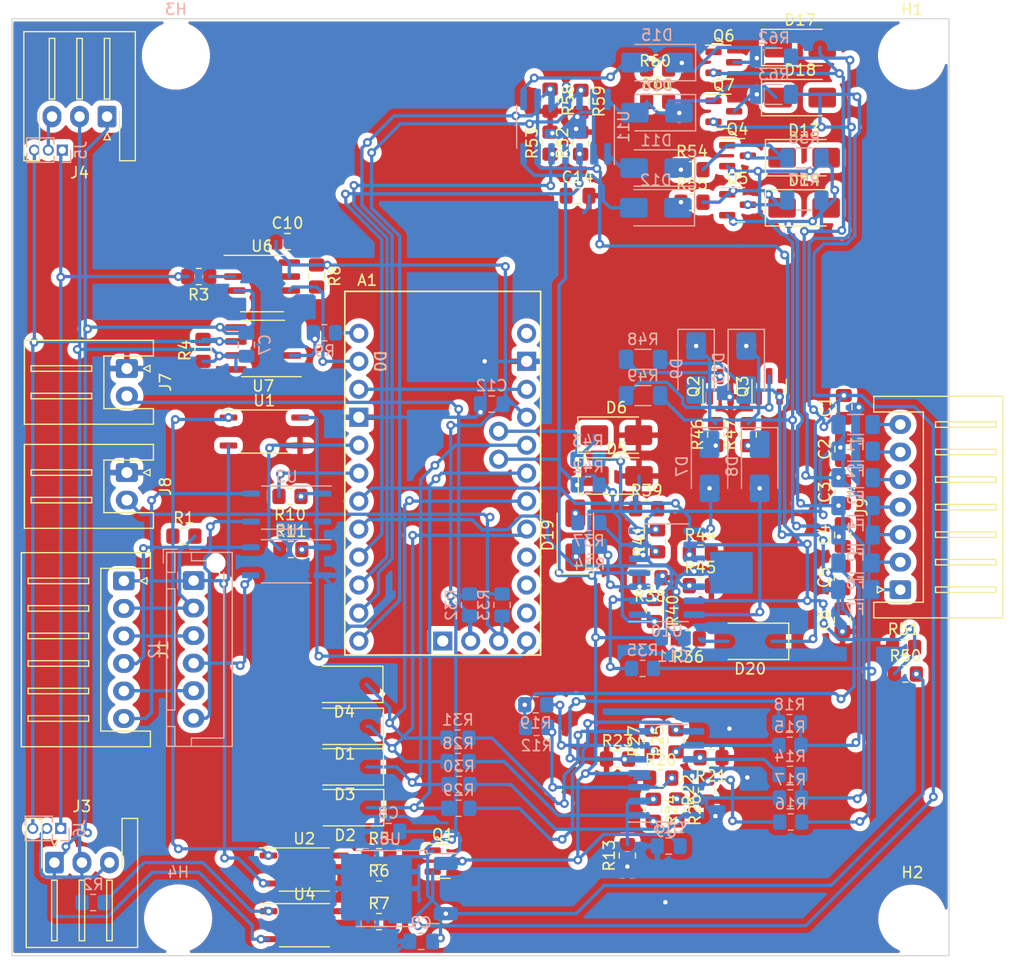
<source format=kicad_pcb>
(kicad_pcb (version 20221018) (generator pcbnew)
  (layers (0 "F.Cu" signal) (31 "B.Cu" signal) (34 "B.Paste" user) (35 "F.Paste" user) (36 "B.SilkS" user "B.Silkscreen") (37 "F.SilkS" user "F.Silkscreen") (38 "B.Mask" user) (39 "F.Mask" user) (44 "Edge.Cuts" user))
  (net 0 "")
  (net 1 "A0")
  (net 2 "A1")
  (net 3 "A2")
  (net 4 "A3")
  (net 5 "A4")
  (net 6 "A5")
  (net 7 "A6")
  (net 8 "A7")
  (net 9 "DRX")
  (net 10 "DTX")
  (net 11 "CHARGEALLOW")
  (net 12 "DISCHARGEALLOW")
  (net 13 "D0")
  (net 14 "D1")
  (net 15 "D2")
  (net 16 "D3")
  (net 17 "D4")
  (net 18 "DCHG")
  (net 19 "D5")
  (net 20 "unconnected-(A1-D11_MOSI-PadD11)")
  (net 23 "B0")
  (net 25 "Net-(A1-RESET-PadRST1)")
  (net 26 "5V")
  (net 27 "B5")
  (net 28 "B6")
  (net 29 "B4")
  (net 30 "B3")
  (net 31 "B2")
  (net 32 "B1")
  (net 33 "DIN_VCC")
  (net 34 "DIN_GND")
  (net 35 "POW")
  (net 36 "Net-(U9A-+)")
  (net 37 "Net-(U9A--)")
  (net 38 "Net-(U9C-+)")
  (net 39 "Net-(U9C--)")
  (net 40 "Net-(U9D-+)")
  (net 41 "Net-(U9D--)")
  (net 42 "Net-(U9B-+)")
  (net 43 "Net-(J9-Pin_7)")
  (net 44 "Net-(J9-Pin_6)")
  (net 45 "Net-(J9-Pin_5)")
  (net 46 "Net-(J9-Pin_4)")
  (net 47 "Net-(J9-Pin_3)")
  (net 48 "Net-(J9-Pin_2)")
  (net 49 "Net-(J9-Pin_1)")
  (net 50 "CHGDT-")
  (net 51 "CHGDT+")
  (net 52 "Net-(J1-Pin_3)")
  (net 53 "Net-(J1-Pin_4)")
  (net 54 "Net-(J1-Pin_5)")
  (net 55 "Net-(J1-Pin_6)")
  (net 56 "Net-(J2-Pin_4)")
  (net 57 "Net-(J2-Pin_6)")
  (net 58 "Net-(J3-Pin_3)")
  (net 59 "Net-(J4-Pin_3)")
  (net 60 "DIN")
  (net 61 "DOUT")
  (net 62 "Net-(Q1-B)")
  (net 63 "Net-(R1-Pad1)")
  (net 64 "Net-(R2-Pad1)")
  (net 65 "Net-(U6-A)")
  (net 66 "Net-(R5-Pad1)")
  (net 67 "Net-(R6-Pad1)")
  (net 68 "Net-(U7-A)")
  (net 69 "Net-(R10-Pad1)")
  (net 70 "Net-(R11-Pad2)")
  (net 71 "Net-(U9B--)")
  (net 72 "Net-(R24-Pad2)")
  (net 73 "Net-(R25-Pad2)")
  (net 74 "Net-(R26-Pad2)")
  (net 75 "Net-(R27-Pad2)")
  (net 76 "Net-(U10A-+)")
  (net 77 "Net-(U10A--)")
  (net 78 "Net-(U10B-+)")
  (net 79 "Net-(U10B--)")
  (net 80 "Net-(R40-Pad2)")
  (net 81 "Net-(R41-Pad2)")
  (net 84 "Net-(D7-K)")
  (net 85 "Net-(D7-A)")
  (net 86 "Net-(D8-K)")
  (net 87 "Net-(D8-A)")
  (net 88 "Net-(D9-K)")
  (net 89 "Net-(D10-K)")
  (net 90 "Net-(Q2-C)")
  (net 91 "Net-(Q3-C)")
  (net 92 "Vref")
  (net 93 "Net-(D11-K)")
  (net 94 "Net-(D11-A)")
  (net 95 "Net-(D12-K)")
  (net 96 "Net-(D12-A)")
  (net 97 "Net-(D13-K)")
  (net 98 "Net-(D14-K)")
  (net 99 "Net-(Q4-C)")
  (net 100 "Net-(Q5-C)")
  (net 101 "Net-(D15-K)")
  (net 102 "Net-(D15-A)")
  (net 103 "Net-(D16-K)")
  (net 104 "Net-(D16-A)")
  (net 105 "Net-(D17-K)")
  (net 106 "Net-(D18-K)")
  (net 107 "Net-(Q6-C)")
  (net 108 "Net-(Q7-C)")
  (net 109 "Net-(D19-A)")
  (net 110 "Net-(D20-A)")
  (footprint "Resistor_SMD:R_0805_2012Metric_Pad1.20x1.40mm_HandSolder" (layer "F.Cu") (at 78.359 91.7448 90)
    (fp_text reference "R13")
    (fp_text value "10k")
  )
  (footprint "MountingHole:MountingHole_3.2mm_M3" (layer "F.Cu") (at 104.2162 19.1008)
    (fp_text reference "H1")
    (fp_text value "MountingHole")
  )
  (footprint "Resistor_SMD:R_0805_2012Metric_Pad1.20x1.40mm_HandSolder" (layer "F.Cu") (at 38.0906 62.738)
    (fp_text reference "R1")
    (fp_text value "330")
  )
  (footprint "Resistor_SMD:R_0805_2012Metric_Pad1.20x1.40mm_HandSolder" (layer "F.Cu") (at 81.111 20.3164)
    (fp_text reference "R60")
    (fp_text value "1k")
  )
  (footprint "Resistor_SMD:R_0805_2012Metric_Pad1.20x1.40mm_HandSolder" (layer "F.Cu") (at 55.8038 97.7464)
    (fp_text reference "R7")
    (fp_text value "4.7k")
  )
  (footprint "Resistor_SMD:R_0805_2012Metric_Pad1.20x1.40mm_HandSolder" (layer "F.Cu") (at 84.9884 64.2874)
    (fp_text reference "R44")
    (fp_text value "10k")
  )
  (footprint "Resistor_SMD:R_0805_2012Metric_Pad1.20x1.40mm_HandSolder" (layer "F.Cu") (at 39.8272 45.8724 90)
    (fp_text reference "R4")
    (fp_text value "470")
  )
  (footprint "Resistor_SMD:R_0805_2012Metric_Pad1.20x1.40mm_HandSolder" (layer "F.Cu") (at 82.8548 87.6046 -90)
    (fp_text reference "R26")
    (fp_text value "10k")
  )
  (footprint "Pro Mini:Clone_Pro_Mini_Socket_NoSPH" (layer "F.Cu") (at 61.595 57.023)
    (fp_text reference "A1")
    (fp_text value "Clone_Pro_Mini_Socket_NoSPH")
  )
  (footprint "Capacitor_SMD:C_0805_2012Metric_Pad1.18x1.45mm_HandSolder" (layer "F.Cu") (at 73.8372 31.8262)
    (fp_text reference "C14")
    (fp_text value "1uF 25V")
  )
  (footprint "Connector_JST:JST_XH_S6B-XH-A_1x06_P2.50mm_Horizontal" (layer "F.Cu") (at 32.639 66.802 -90)
    (fp_text reference "J1")
    (fp_text value "CHG/DSCHG CTRL")
  )
  (footprint "Resistor_SMD:R_0805_2012Metric_Pad1.20x1.40mm_HandSolder" (layer "F.Cu") (at 71.348 27.051 90)
    (fp_text reference "R53")
    (fp_text value "10k")
  )
  (footprint "Capacitor_SMD:C_0805_2012Metric_Pad1.18x1.45mm_HandSolder" (layer "F.Cu") (at 97.8916 66.4972 90)
    (fp_text reference "C5")
    (fp_text value "1uF 25V")
  )
  (footprint "Package_SO:SOIC-8_3.9x4.9mm_P1.27mm" (layer "F.Cu") (at 45.1866 39.8018)
    (fp_text reference "U6")
    (fp_text value "6N137")
  )
  (footprint "Resistor_SMD:R_0805_2012Metric_Pad1.20x1.40mm_HandSolder" (layer "F.Cu") (at 81.1022 63.1698 90)
    (fp_text reference "R41")
    (fp_text value "10k")
  )
  (footprint "Package_TO_SOT_SMD:SOT-23" (layer "F.Cu") (at 87.1214 24.1604)
    (fp_text reference "Q7")
    (fp_text value "MMBT3904")
  )
  (footprint "Resistor_SMD:R_0805_2012Metric_Pad1.20x1.40mm_HandSolder" (layer "F.Cu") (at 80.8228 69.4944 -90)
    (fp_text reference "R40")
    (fp_text value "10k")
  )
  (footprint "Resistor_SMD:R_0805_2012Metric_Pad1.20x1.40mm_HandSolder" (layer "F.Cu") (at 47.8028 63.9572)
    (fp_text reference "R11")
    (fp_text value "470")
  )
  (footprint "Resistor_SMD:R_0805_2012Metric_Pad1.20x1.40mm_HandSolder" (layer "F.Cu") (at 80.7212 87.63 -90)
    (fp_text reference "R24")
    (fp_text value "10k")
  )
  (footprint "Resistor_SMD:R_0805_2012Metric_Pad1.20x1.40mm_HandSolder" (layer "F.Cu") (at 103.4448 72.8472)
    (fp_text reference "R51")
    (fp_text value "1k")
  )
  (footprint "Resistor_SMD:R_0805_2012Metric_Pad1.20x1.40mm_HandSolder" (layer "F.Cu") (at 39.4368 39.1668 180)
    (fp_text reference "R3")
    (fp_text value "470")
  )
  (footprint "Package_SO:SOIC-4_4.55x3.7mm_P2.54mm" (layer "F.Cu") (at 45.391 53.2384)
    (fp_text reference "U1")
    (fp_text value "TLP185")
  )
  (footprint "Connector_JST:JST_XH_S3B-XH-A-1_1x03_P2.50mm_Horizontal" (layer "F.Cu") (at 31.115 24.638 180)
    (fp_text reference "J4")
    (fp_text value "Data IN/OUT")
  )
  (footprint "Resistor_SMD:R_0805_2012Metric_Pad1.20x1.40mm_HandSolder" (layer "F.Cu") (at 84.2258 32.414)
    (fp_text reference "R55")
    (fp_text value "1k")
  )
  (footprint "Resistor_SMD:R_0805_2012Metric_Pad1.20x1.40mm_HandSolder" (layer "F.Cu") (at 80.1116 60.2488)
    (fp_text reference "R39")
    (fp_text value "10k")
  )
  (footprint "Diode_SMD:D_SMA" (layer "F.Cu") (at 94.4112 32.9218)
    (fp_text reference "D14")
    (fp_text value "1n4007")
  )
  (footprint "Diode_SMD:D_SMA" (layer "F.Cu") (at 52.705 83.693 180)
    (fp_text reference "D3")
    (fp_text value "5.1V Z")
  )
  (footprint "Resistor_SMD:R_0805_2012Metric_Pad1.20x1.40mm_HandSolder" (layer "F.Cu") (at 86.3818 53.5178 90)
    (fp_text reference "R46")
    (fp_text value "1k")
  )
  (footprint "Resistor_SMD:R_0805_2012Metric_Pad1.20x1.40mm_HandSolder" (layer "F.Cu") (at 71.348 23.1488 -90)
    (fp_text reference "R58")
    (fp_text value "10k")
  )
  (footprint "Package_TO_SOT_SMD:SOT-23" (layer "F.Cu") (at 61.6204 92.2528)
    (fp_text reference "Q1")
    (fp_text value "MMBT3906")
  )
  (footprint "Diode_SMD:D_SMA" (layer "F.Cu") (at 52.6542 76.2 180)
    (fp_text reference "D4")
    (fp_text value "5.1V Z")
  )
  (footprint "Resistor_SMD:R_0805_2012Metric_Pad1.20x1.40mm_HandSolder" (layer "F.Cu") (at 80.4164 66.5226 180)
    (fp_text reference "R38")
    (fp_text value "10k")
  )
  (footprint "Resistor_SMD:R_0805_2012Metric_Pad1.20x1.40mm_HandSolder" (layer "F.Cu") (at 83.8962 72.0598 180)
    (fp_text reference "R36")
    (fp_text value "10k")
  )
  (footprint "Connector_JST:JST_XH_S2B-XH-A_1x02_P2.50mm_Horizontal" (layer "F.Cu") (at 32.914 47.518 -90)
    (fp_text reference "J7")
    (fp_text value "NTC1")
  )
  (footprint "Package_TO_SOT_SMD:SOT-23" (layer "F.Cu") (at 91.2368 49.149 90)
    (fp_text reference "Q3")
    (fp_text value "MMBT3904")
  )
  (footprint "Capacitor_SMD:C_0805_2012Metric_Pad1.18x1.45mm_HandSolder" (layer "F.Cu") (at 97.917 62.6364 90)
    (fp_text reference "C4")
    (fp_text value "1uF 25V")
  )
  (footprint "Package_TO_SOT_SMD:SOT-23" (layer "F.Cu") (at 88.366 28.194)
    (fp_text reference "Q4")
    (fp_text value "MMBT3904")
  )
  (footprint "Diode_SMD:D_SMA" (layer "F.Cu") (at 94.4112 28.3718)
    (fp_text reference "D13")
    (fp_text value "1n4007")
  )
  (footprint "Package_TO_SOT_SMD:SOT-23" (layer "F.Cu") (at 88.366 32.644)
    (fp_text reference "Q5")
    (fp_text value "MMBT3904")
  )
  (footprint "Package_SO:SOIC-8_3.9x4.9mm_P1.27mm" (layer "F.Cu") (at 45.2882 45.6976 180)
    (fp_text reference "U7")
    (fp_text value "6N137")
  )
  (footprint "Resistor_SMD:R_0805_2012Metric_Pad1.20x1.40mm_HandSolder" (layer "F.Cu") (at 85.9536 82.8548 180)
    (fp_text reference "R21")
    (fp_text value "10k")
  )
  (footprint "Resistor_SMD:R_0805_2012Metric_Pad1.20x1.40mm_HandSolder" (layer "F.Cu") (at 55.8038 94.7964)
    (fp_text reference "R6")
    (fp_text value "4.7k")
  )
  (footprint "Resistor_SMD:R_0805_2012Metric_Pad1.20x1.40mm_HandSolder" (layer "F.Cu") (at 84.9884 67.2374)
    (fp_text reference "R45")
    (fp_text value "10k")
  )
  (footprint "Resistor_SMD:R_0805_2012Metric_Pad1.20x1.40mm_HandSolder" (layer "F.Cu") (at 89.3318 53.5178 90)
    (fp_text reference "R47")
    (fp_text value "1k")
  )
  (footprint "Capacitor_SMD:C_0805_2012Metric_Pad1.18x1.45mm_HandSolder" (layer "F.Cu") (at 47.498 35.9918)
    (fp_text reference "C10")
    (fp_text value "1uF 25V")
  )
  (footprint "Diode_SMD:D_SMA" (layer "F.Cu") (at 52.705 80.01 180)
    (fp_text reference "D1")
    (fp_text value "5.1V Z")
  )
  (footprint "Diode_SMD:D_SMA" (layer "F.Cu") (at 94.0556 22.9142)
    (fp_text reference "D18")
    (fp_text value "1n4007")
  )
  (footprint "Resistor_SMD:R_0805_2012Metric_Pad1.20x1.40mm_HandSolder" (layer "F.Cu") (at 50.1396 39.116 -90)
    (fp_text reference "R8")
    (fp_text value "470")
  )
  (footprint "Resistor_SMD:R_0805_2012Metric_Pad1.20x1.40mm_HandSolder" (layer "F.Cu") (at 74.142 23.2504 -90)
    (fp_text reference "R59")
    (fp_text value "10k")
  )
  (footprint "Package_TO_SOT_SMD:SOT-23" (layer "F.Cu") (at 87.1214 19.7104)
    (fp_text reference "Q6")
    (fp_text value "MMBT3904")
  )
  (footprint "Connector_JST:JST_XH_S2B-XH-A_1x02_P2.50mm_Horizontal" (layer "F.Cu") (at 32.914 56.968 -90)
    (fp_text reference "J8")
    (fp_text value "NTC2")
  )
  (footprint "Resistor_SMD:R_0805_2012Metric_Pad1.20x1.40mm_HandSolder" (layer "F.Cu") (at 84.2258 29.464)
    (fp_text reference "R54")
    (fp_text value "1k")
  )
  (footprint "Capacitor_SMD:C_0805_2012Metric_Pad1.18x1.45mm_HandSolder" (layer "F.Cu") (at 98.0186 51.0032 90)
    (fp_text reference "C1")
    (fp_text value "1uF 25V")
  )
  (footprint "Capacitor_SMD:C_0805_2012Metric_Pad1.18x1.45mm_HandSolder" (layer "F.Cu") (at 97.9424 54.8386 90)
    (fp_text reference "C2")
    (fp_text value "1uF 25V")
  )
  (footprint "Resistor_SMD:R_0805_2012Metric_Pad1.20x1.40mm_HandSolder" (layer "F.Cu") (at 77.47 82.9818)
    (fp_text reference "R23")
    (fp_text value "10k")
  )
  (footprint "Diode_SMD:D_SMA" (layer "F.Cu") (at 94.0556 18.3642)
    (fp_text reference "D17")
    (fp_text value "1n4007")
  )
  (footprint "Diode_SMD:D_SMA" (layer "F.Cu") (at 89.5096 72.2884 180)
    (fp_text reference "D20")
    (fp_text value "5.1V Z")
  )
  (footprint "Resistor_SMD:R_0805_2012Metric_Pad1.20x1.40mm_HandSolder" (layer "F.Cu") (at 85.5472 85.8012 90)
    (fp_text reference "R22")
    (fp_text value "10k")
  )
  (footprint "Diode_SMD:D_SMA" (layer "F.Cu") (at 77.3684 53.5686)
    (fp_text reference "D6")
    (fp_text value "5.1V Z")
  )
  (footprint "Resistor_SMD:R_0805_2012Metric_Pad1.20x1.40mm_HandSolder" (layer "F.Cu") (at 103.6066 75.2602)
    (fp_text reference "R50")
    (fp_text value "1k")
  )
  (footprint "MountingHole:MountingHole_3.2mm_M3" (layer "F.Cu") (at 104.2416 97.4852)
    (fp_text reference "H2")
    (fp_text value "MountingHole")
  )
  (footprint "Capacitor_SMD:C_0805_2012Metric_Pad1.18x1.45mm_HandSolder" (layer "F.Cu") (at 97.8916 70.358 90)
    (fp_text reference "C6")
    (fp_text value "1uF 25V")
  )
  (footprint "Package_TO_SOT_SMD:SOT-23" (layer "F.Cu") (at 86.7868 49.149 90)
    (fp_text reference "Q2")
    (fp_text value "MMBT3904")
  )
  (footprint "Diode_SMD:D_SMA" (layer "F.Cu") (at 52.7304 87.4014 180)
    (fp_text reference "D2")
    (fp_text value "5.1V Z")
  )
  (footprint "Connector_JST:JST_XH_S7B-XH-A_1x07_P2.50mm_Horizontal" (layer "F.Cu") (at 103.1488 67.6034 90)
    (fp_text reference "J9")
    (fp_text value "Balance Connector")
  )
  (footprint "Package_SO:SOIC-4_4.55x3.7mm_P2.54mm" (layer "F.Cu") (at 49.022 93.0148)
    (fp_text reference "U2")
    (fp_text value "TLP185")
  )
  (footprint "Resistor_SMD:R_0805_2012Metric_Pad1.20x1.40mm_HandSolder" (layer "F.Cu") (at 81.391 84.709)
    (fp_text reference "R20")
    (fp_text value "10k")
  )
  (footprint "Resistor_SMD:R_0805_2012Metric_Pad1.20x1.40mm_HandSolder" (layer "F.Cu") (at 80.6196 81.3562 90)
    (fp_text reference "R27")
    (fp_text value "10k")
  )
  (footprint "Resistor_SMD:R_0805_2012Metric_Pad1.20x1.40mm_HandSolder" (layer "F.Cu") (at 82.7786 81.3308 90)
    (fp_text reference "R25")
    (fp_text value "10k")
  )
  (footprint "Diode_SMD:D_SMA" (layer "F.Cu") (at 73.6346 62.6618 90)
    (fp_text reference "D19")
    (fp_text value "5.1V Z")
  )
  (footprint "Package_SO:SOIC-4_4.55x3.7mm_P2.54mm" (layer "F.Cu") (at 49.0474 98.0694)
    (fp_text reference "U4")
    (fp_text value "TLP185")
  )
  (footprint "Resistor_SMD:R_0805_2012Metric_Pad1.20x1.40mm_HandSolder" (layer "F.Cu") (at 74.1166 27.051 90)
    (fp_text reference "R52")
    (fp_text value "10k")
  )
  (footprint "Capacitor_SMD:C_0805_2012Metric_Pad1.18x1.45mm_HandSolder" (layer "F.Cu") (at 97.9424 58.7502 90)
    (fp_text reference "C3")
    (fp_text value "1uF 25V")
  )
  (footprint "Connector_JST:JST_XH_S3B-XH-A-1_1x03_P2.50mm_Horizontal" (layer "F.Cu") (at 26.329 92.384)
    (fp_text reference "J3")
    (fp_text value "Data IN/OUT")
  )
  (footprint "Resistor_SMD:R_0805_2012Metric_Pad1.20x1.40mm_HandSolder" (layer "F.Cu") (at 55.8038 91.8464)
    (fp_text reference "R5")
    (fp_text value "4.7k")
  )
  (footprint "Resistor_SMD:R_0805_2012Metric_Pad1.20x1.40mm_HandSolder" (layer "F.Cu") (at 81.111 23.2664)
    (fp_text reference "R61")
    (fp_text value "1k")
  )
  (footprint "Resistor_SMD:R_0805_2012Metric_Pad1.20x1.40mm_HandSolder" (layer "F.Cu") (at 47.7266 59.1312 180)
    (fp_text reference "R10")
    (fp_text value "470")
  )
  (footprint "Diode_SMD:D_SMA" (layer "F.Cu") (at 77.4192 57.277)
    (fp_text reference "D5")
    (fp_text value "5.1V Z")
  )
  (footprint "Resistor_SMD:R_1206_3216Metric_Pad1.30x1.75mm_HandSolder" (layer "B.Cu") (at 91.668 22.6194 180)
    (fp_text reference "R63")
    (fp_text value "33")
  )
  (footprint "Package_SO:SOIC-4_4.55x3.7mm_P2.54mm" (layer "B.Cu") (at 47.4218 60.1472 180)
    (fp_text reference "U3")
    (fp_text value "TLP185")
  )
  (footprint "Resistor_SMD:R_1206_3216Metric_Pad1.30x1.75mm_HandSolder" (layer "B.Cu") (at 94.4366 32.2206 180)
    (fp_text reference "R57")
    (fp_text value "33")
  )
  (footprint "Resistor_SMD:R_0805_2012Metric_Pad1.20x1.40mm_HandSolder" (layer "B.Cu") (at 74.8538 61.508)
    (fp_text reference "R37")
    (fp_text value "10k")
  )
  (footprint "Package_SO:SOIC-14_3.9x8.7mm_P1.27mm" (layer "B.Cu") (at 72.745 25.5524 90)
    (fp_text reference "U11")
    (fp_text value "LM324")
  )
  (footprint "Connector_PinHeader_1.27mm:PinHeader_1x03_P1.27mm_Vertical" (layer "B.Cu") (at 26.908 89.281 90)
    (fp_text reference "J6")
    (fp_text value "Port Selector")
  )
  (footprint "Diode_SMD:D_SMA" (layer "B.Cu") (at 85.8232 56.3946 -90)
    (fp_text reference "D7")
    (fp_text value "1n4007")
  )
  (footprint "Diode_SMD:D_SMA" (layer "B.Cu") (at 89.1574 47.4726 -90)
    (fp_text reference "D10")
    (fp_text value "1n4007")
  )
  (footprint "Package_SO:SOIC-14_3.9x8.7mm_P1.27mm" (layer "B.Cu") (at 81.9516 66.0654)
    (fp_text reference "U10")
    (fp_text value "LM324")
  )
  (footprint "Resistor_SMD:R_0805_2012Metric_Pad1.20x1.40mm_HandSolder" (layer "B.Cu") (at 93.1164 81.7372 180)
    (fp_text reference "R15")
    (fp_text value "10k")
  )
  (footprint "Resistor_SMD:R_0805_2012Metric_Pad1.20x1.40mm_HandSolder" (layer "B.Cu") (at 70.12 80.1116)
    (fp_text reference "R12")
    (fp_text value "10k")
  )
  (footprint "Resistor_SMD:R_0805_2012Metric_Pad1.20x1.40mm_HandSolder" (layer "B.Cu") (at 74.803 58.0898 180)
    (fp_text reference "R42")
    (fp_text value "10k")
  )
  (footprint "Resistor_SMD:R_0805_2012Metric_Pad1.20x1.40mm_HandSolder" (layer "B.Cu") (at 70.0438 78.0542)
    (fp_text reference "R19")
    (fp_text value "10k")
  )
  (footprint "Resistor_SMD:R_1206_3216Metric_Pad1.30x1.75mm_HandSolder" (layer "B.Cu") (at 99.0848 55.0164)
    (fp_text reference "F2")
    (fp_text value "Polyfuse_Small")
  )
  (footprint "Diode_SMD:D_SMA" (layer "B.Cu") (at 81.0508 24.2858 180)
    (fp_text reference "D16")
    (fp_text value "1n4007")
  )
  (footprint "Resistor_SMD:R_0805_2012Metric_Pad1.20x1.40mm_HandSolder" (layer "B.Cu") (at 50.8508 44.2722)
    (fp_text reference "R9")
    (fp_text value "470")
  )
  (footprint "Capacitor_SMD:C_0805_2012Metric_Pad1.18x1.45mm_HandSolder" (layer "B.Cu") (at 43.7642 45.3644 90)
    (fp_text reference "C7")
    (fp_text value "1uF 25V")
  )
  (footprint "Resistor_SMD:R_0805_2012Metric_Pad1.20x1.40mm_HandSolder" (layer "B.Cu") (at 66.9798 68.9864 -90)
    (fp_text reference "R33")
    (fp_text value "1k")
  )
  (footprint "Diode_SMD:D_SMA" (layer "B.Cu") (at 80.9746 29.3116 180)
    (fp_text reference "D11")
    (fp_text value "1n4007")
  )
  (footprint "Resistor_SMD:R_1206_3216Metric_Pad1.30x1.75mm_HandSolder" (layer "B.Cu") (at 91.668 19.3294 180)
    (fp_text reference "R62")
    (fp_text value "33")
  )
  (footprint "Capacitor_SMD:C_0805_2012Metric_Pad1.18x1.45mm_HandSolder" (layer "B.Cu") (at 59.6392 99.5426 180)
    (fp_text reference "C9")
    (fp_text value "1uF 25V")
  )
  (footprint "Resistor_SMD:R_0805_2012Metric_Pad1.20x1.40mm_HandSolder" (layer "B.Cu") (at 63.0428 87.4522 180)
    (fp_text reference "R29")
    (fp_text value "10k")
  )
  (footprint "Resistor_SMD:R_1206_3216Metric_Pad1.30x1.75mm_HandSolder" (layer "B.Cu") (at 99.0848 59.9694)
    (fp_text reference "F4")
    (fp_text value "Polyfuse_Small")
  )
  (footprint "Resistor_SMD:R_0805_2012Metric_Pad1.20x1.40mm_HandSolder" (layer "B.Cu") (at 62.9666 81.0768 180)
    (fp_text reference "R31")
    (fp_text value "10k")
  )
  (footprint "Resistor_SMD:R_1206_3216Metric_Pad1.30x1.75mm_HandSolder" (layer "B.Cu") (at 79.7814 46.6852 180)
    (fp_text reference "R48")
    (fp_text value "33")
  )
  (footprint "Resistor_SMD:R_1206_3216Metric_Pad1.30x1.75mm_HandSolder" (layer "B.Cu") (at 79.7814 49.9752 180)
    (fp_text reference "R49")
    (fp_text value "33")
  )
  (footprint "Resistor_SMD:R_0805_2012Metric_Pad1.20x1.40mm_HandSolder" (layer "B.Cu") (at 29.845 96.012 180)
    (fp_text reference "R2")
    (fp_text value "470")
  )
  (footprint "Resistor_SMD:R_0805_2012Metric_Pad1.20x1.40mm_HandSolder" (layer "B.Cu") (at 93.1926 88.6968 180)
    (fp_text reference "R16")
    (fp_text value "10k")
  )
  (footprint "Capacitor_SMD:C_0805_2012Metric_Pad1.18x1.45mm_HandSolder" (layer "B.Cu") (at 56.6674 89.5604 180)
    (fp_text reference "C8")
    (fp_text value "1uF 25V")
  )
  (footprint "Resistor_SMD:R_0805_2012Metric_Pad1.20x1.40mm_HandSolder" (layer "B.Cu") (at 79.74 74.7522 180)
    (fp_text reference "R35")
    (fp_text value "10k")
  )
  (footprint "Diode_SMD:D_SMA" (layer "B.Cu") (at 80.9492 32.9184 180)
    (fp_text reference "D12")
    (fp_text value "1n4007")
  )
  (footprint "Resistor_SMD:R_1206_3216Metric_Pad1.30x1.75mm_HandSolder" (layer "B.Cu") (at 99.0848 52.6034)
    (fp_text reference "F1")
    (fp_text value "Polyfuse_Small")
  )
  (footprint "Package_SO:SOIC-14_3.9x8.7mm_P1.27mm" (layer "B.Cu") (at 81.8896 84.2772)
    (fp_text reference "U9")
    (fp_text value "LM324")
  )
  (footprint "Connector_JST:JST_XH_B6B-XH-AM_1x06_P2.50mm_Vertical" (layer "B.Cu") (at 38.972 66.775 -90)
    (fp_text reference "J2")
    (fp_text value "CHG/DSCHG CTRL CMP (SHORT DATA FOR STANDALONE)")
  )
  (footprint "Resistor_SMD:R_1206_3216Metric_Pad1.30x1.75mm_HandSolder" (layer "B.Cu") (at 94.4366 28.3972 180)
    (fp_text reference "R56")
    (fp_text value "33")
  )
  (footprint "Package_TO_SOT_SMD:TO-252-2" (layer "B.Cu") (at 56.8352 94.742 180)
    (fp_text reference "U8")
    (fp_text value "LM78M05_TO252")
  )
  (footprint "MountingHole:MountingHole_3.2mm_M3" (layer "B.Cu") (at 37.5666 97.4598 180)
    (fp_text reference "H4")
    (fp_text value "MountingHole")
  )
  (footprint "Resistor_SMD:R_0805_2012Metric_Pad1.20x1.40mm_HandSolder" (layer "B.Cu") (at 62.992 83.2104 180)
    (fp_text reference "R28")
    (fp_text value "10k")
  )
  (footprint "Resistor_SMD:R_0805_2012Metric_Pad1.20x1.40mm_HandSolder" (layer "B.Cu") (at 93.091 79.6798 180)
    (fp_text reference "R18")
    (fp_text value "10k")
  )
  (footprint "Connector_PinHeader_1.27mm:PinHeader_1x03_P1.27mm_Vertical" (layer "B.Cu") (at 27.051 27.686 90)
    (fp_text reference "J5")
    (fp_text value "Port Selector")
  )
  (footprint "Diode_SMD:D_SMA" (layer "B.Cu") (at 84.6074 47.4726 -90)
    (fp_text reference "D9")
    (fp_text value "1n4007")
  )
  (footprint "Package_SO:SOIC-4_4.55x3.7mm_P2.54mm" (layer "B.Cu") (at 47.3964 65.024 180)
    (fp_text reference "U5")
    (fp_text value "TLP185")
  )
  (footprint "Resistor_SMD:R_0805_2012Metric_Pad1.20x1.40mm_HandSolder" (layer "B.Cu") (at 63.0682 85.2932 180)
    (fp_text reference "R30")
    (fp_text value "10k")
  )
  (footprint "Resistor_SMD:R_1206_3216Metric_Pad1.30x1.75mm_HandSolder" (layer "B.Cu") (at 99.0588 67.5894)
    (fp_text reference "F7")
    (fp_text value "Polyfuse_Small")
  )
  (footprint "Diode_SMD:D_SMA" (layer "B.Cu") (at 90.3732 56.3946 -90)
    (fp_text reference "D8")
    (fp_text value "1n4007")
  )
  (footprint "Resistor_SMD:R_0805_2012Metric_Pad1.20x1.40mm_HandSolder" (layer "B.Cu") (at 93.1672 86.5124 180)
    (fp_text reference "R17")
    (fp_text value "10k")
  )
  (footprint "Resistor_SMD:R_1206_3216Metric_Pad1.30x1.75mm_HandSolder" (layer "B.Cu") (at 99.0848 57.4294)
    (fp_text reference "F3")
    (fp_text value "Polyfuse_Small")
  )
  (footprint "Resistor_SMD:R_1206_3216Metric_Pad1.30x1.75mm_HandSolder" (layer "B.Cu") (at 99.0848 62.6364)
    (fp_text reference "F5")
    (fp_text value "Polyfuse_Small")
  )
  (footprint "Resistor_SMD:R_0805_2012Metric_Pad1.20x1.40mm_HandSolder" (layer "B.Cu") (at 74.93 63.6524)
    (fp_text reference "R34")
    (fp_text value "10k")
  )
  (footprint "Capacitor_SMD:C_0805_2012Metric_Pad1.18x1.45mm_HandSolder" (layer "B.Cu") (at 82.1182 90.8812 180)
    (fp_text reference "C13")
    (fp_text value "1uF 25V")
  )
  (footprint "Resistor_SMD:R_0805_2012Metric_Pad1.20x1.40mm_HandSolder" (layer "B.Cu") (at 74.7776 55.753 180)
    (fp_text reference "R43")
    (fp_text value "10k")
  )
  (footprint "Resistor_SMD:R_1206_3216Metric_Pad1.30x1.75mm_HandSolder" (layer "B.Cu") (at 99.0848 65.1764)
    (fp_text reference "F6")
    (fp_text value "Polyfuse_Small")
  )
  (footprint "Capacitor_SMD:C_0805_2012Metric_Pad1.18x1.45mm_HandSolder" (layer "B.Cu") (at 82.4992 71.9582)
    (fp_text reference "C11")
    (fp_text value "1uF 25V")
  )
  (footprint "Resistor_SMD:R_0805_2012Metric_Pad1.20x1.40mm_HandSolder" (layer "B.Cu") (at 64.0298 68.9864 -90)
    (fp_text reference "R32")
    (fp_text value "1k")
  )
  (footprint "Capacitor_SMD:C_0805_2012Metric_Pad1.18x1.45mm_HandSolder" (layer "B.Cu") (at 66.04 50.7492 180)
    (fp_text reference "C12")
    (fp_text value "1uF 25V")
  )
  (footprint "Diode_SMD:D_SMA" (layer "B.Cu") (at 81.0508 19.7358 180)
    (fp_text reference "D15")
    (fp_text value "1n4007")
  )
  (footprint "MountingHole:MountingHole_3.2mm_M3" (layer "B.Cu") (at 37.3634 19.1008 180)
    (fp_text reference "H3")
    (fp_text value "MountingHole")
  )
  (footprint "Resistor_SMD:R_0805_2012Metric_Pad1.20x1.40mm_HandSolder" (layer "B.Cu") (at 93.1418 84.3788 180)
    (fp_text reference "R14")
    (fp_text value "10k")
  )
  (gr_rect (start 22.479 15.748) (end 107.569 100.838) (stroke (width 0.1)) (fill none) (layer "Edge.Cuts"))
  (via (at 56.9976 82.0166) (size 0.8) (drill 0.4) (layers "F.Cu" "B.Cu") (net 1))
  (via (at 58.8639 62.6618) (size 0.8) (drill 0.4) (layers "F.Cu" "B.Cu") (net 1))
  (segment (start 58.8639 62.6618) (end 68.6562 62.6618) (width 0.3) (layer "B.Cu") (net 1))
  (segment (start 61.992 83.2104) (end 58.1914 83.2104) (width 0.3) (layer "B.Cu") (net 1))
  (segment (start 54.991 80.01) (end 54.705 80.01) (width 0.3) (layer "B.Cu") (net 1))
  (segment (start 56.9976 82.0166) (end 54.991 80.01) (width 0.3) (layer "B.Cu") (net 1))
  (segment (start 58.8639 80.1503) (end 58.8639 62.6618) (width 0.3) (layer "B.Cu") (net 1))
  (segment (start 68.6562 62.6618) (end 69.215 62.103) (width 0.3) (layer "B.Cu") (net 1))
  (segment (start 58.1914 83.2104) (end 56.9976 82.0166) (width 0.3) (layer "B.Cu") (net 1))
  (segment (start 56.9976 82.0166) (end 58.8639 80.1503) (width 0.3) (layer "B.Cu") (net 1))
  (via (at 58.5724 59.5122) (size 0.8) (drill 0.4) (layers "F.Cu" "B.Cu") (net 2))
  (via (at 56.769 79.7052) (size 0.8) (drill 0.4) (layers "F.Cu" "B.Cu") (net 2))
  (segment (start 58.1389 59.9457) (end 58.5724 59.5122) (width 0.3) (layer "B.Cu") (net 2))
  (segment (start 61.9666 81.0768) (end 58.1406 81.0768) (width 0.3) (layer "B.Cu") (net 2))
  (segment (start 58.1406 81.0768) (end 56.769 79.7052) (width 0.3) (layer "B.Cu") (net 2))
  (segment (start 58.1389 78.3353) (end 58.1389 59.9457) (width 0.3) (layer "B.Cu") (net 2))
  (segment (start 56.769 79.7052) (end 56.769 78.3148) (width 0.3) (layer "B.Cu") (net 2))
  (segment (start 58.5724 59.5122) (end 58.6232 59.563) (width 0.3) (layer "B.Cu") (net 2))
  (segment (start 58.6232 59.563) (end 69.215 59.563) (width 0.3) (layer "B.Cu") (net 2))
  (segment (start 56.769 78.3148) (end 54.6542 76.2) (width 0.3) (layer "B.Cu") (net 2))
  (segment (start 56.769 79.7052) (end 58.1389 78.3353) (width 0.3) (layer "B.Cu") (net 2))
  (via (at 60.9854 57.531) (size 0.8) (drill 0.4) (layers "F.Cu" "B.Cu") (net 3))
  (via (at 59.0042 87.4014) (size 0.8) (drill 0.4) (layers "F.Cu" "B.Cu") (net 3))
  (segment (start 59.0042 87.4014) (end 60.4064 85.9992) (width 0.3) (layer "B.Cu") (net 3))
  (segment (start 60.4064 58.11) (end 60.9854 57.531) (width 0.3) (layer "B.Cu") (net 3))
  (segment (start 60.4064 85.9992) (end 60.4064 58.11) (width 0.3) (layer "B.Cu") (net 3))
  (segment (start 59.0042 87.4014) (end 54.7304 87.4014) (width 0.3) (layer "B.Cu") (net 3))
  (segment (start 61.4934 57.023) (end 69.215 57.023) (width 0.3) (layer "B.Cu") (net 3))
  (segment (start 60.9854 57.531) (end 61.4934 57.023) (width 0.3) (layer "B.Cu") (net 3))
  (segment (start 62.0428 87.4522) (end 59.055 87.4522) (width 0.3) (layer "B.Cu") (net 3))
  (segment (start 59.055 87.4522) (end 59.0042 87.4014) (width 0.3) (layer "B.Cu") (net 3))
  (via (at 58.8264 85.1154) (size 0.8) (drill 0.4) (layers "F.Cu" "B.Cu") (net 4))
  (via (at 60.8838 56.3118) (size 0.8) (drill 0.4) (layers "F.Cu" "B.Cu") (net 4))
  (segment (start 59.5884 84.1502) (end 59.5884 57.6072) (width 0.3) (layer "B.Cu") (net 4))
  (segment (start 62.4078 54.7878) (end 62.4586 54.7878) (width 0.3) (layer "B.Cu") (net 4))
  (segment (start 62.4586 54.7878) (end 62.7634 54.483) (width 0.3) (layer "B.Cu") (net 4))
  (segment (start 58.8264 85.1154) (end 59.5884 84.3534) (width 0.3) (layer "B.Cu") (net 4))
  (segment (start 62.7634 54.483) (end 69.215 54.483) (width 0.3) (layer "B.Cu") (net 4))
  (segment (start 60.8838 56.3118) (end 62.4078 54.7878) (width 0.3) (layer "B.Cu") (net 4))
  (segment (start 59.5884 57.6072) (end 60.8838 56.3118) (width 0.3) (layer "B.Cu") (net 4))
  (segment (start 59.5884 84.3534) (end 59.5884 84.1502) (width 0.3) (layer "B.Cu") (net 4))
  (segment (start 58.8264 85.1154) (end 57.404 83.693) (width 0.3) (layer "B.Cu") (net 4))
  (segment (start 57.404 83.693) (end 54.705 83.693) (width 0.3) (layer "B.Cu") (net 4))
  (segment (start 59.0042 85.2932) (end 58.8264 85.1154) (width 0.3) (layer "B.Cu") (net 4))
  (segment (start 62.0682 85.2932) (end 59.0042 85.2932) (width 0.3) (layer "B.Cu") (net 4))
  (via (at 73.803 58.0898) (size 0.8) (drill 0.4) (layers "F.Cu" "B.Cu") (net 5))
  (segment (start 72.1868 55.8038) (end 72.136 55.753) (width 0.3) (layer "B.Cu") (net 5))
  (segment (start 72.136 55.753) (end 66.675 55.753) (width 0.3) (layer "B.Cu") (net 5))
  (segment (start 74.6158 57.277) (end 73.803 58.0898) (width 0.3) (layer "B.Cu") (net 5))
  (segment (start 75.4192 57.277) (end 74.6158 57.277) (width 0.3) (layer "B.Cu") (net 5))
  (segment (start 72.1868 56.4736) (end 72.1868 55.8038) (width 0.3) (layer "B.Cu") (net 5))
  (segment (start 73.803 58.0898) (end 72.1868 56.4736) (width 0.3) (layer "B.Cu") (net 5))
  (via (at 73.7776 55.753) (size 0.8) (drill 0.4) (layers "F.Cu" "B.Cu") (net 6))
  (segment (start 73.4568 53.213) (end 66.675 53.213) (width 0.3) (layer "B.Cu") (net 6))
  (segment (start 73.7776 53.5338) (end 73.4568 53.213) (width 0.3) (layer "B.Cu") (net 6))
  (segment (start 75.3684 54.1622) (end 73.7776 55.753) (width 0.3) (layer "B.Cu") (net 6))
  (segment (start 75.3684 53.5686) (end 75.3684 54.1622) (width 0.3) (layer "B.Cu") (net 6))
  (segment (start 73.7776 55.753) (end 73.7776 53.5338) (width 0.3) (layer "B.Cu") (net 6))
  (via (at 63.0428 51.2064) (size 0.8) (drill 0.4) (layers "F.Cu" "B.Cu") (net 7))
  (segment (start 33.4876 50.5916) (end 62.428 50.5916) (width 0.3) (layer "B.Cu") (net 7))
  (segment (start 64.135 69.9516) (end 64.135 72.263) (width 0.3) (layer "B.Cu") (net 7))
  (segment (start 64.0298 72.1578) (end 64.135 72.263) (width 0.3) (layer "B.Cu") (net 7))
  (segment (start 62.428 50.5916) (end 63.0428 51.2064) (width 0.3) (layer "B.Cu") (net 7))
  (segment (start 64.0298 69.9864) (end 64.0298 72.1578) (width 0.3) (layer "B.Cu") (net 7))
  (segment (start 63.0428 68.8594) (end 64.135 69.9516) (width 0.3) (layer "B.Cu") (net 7))
  (segment (start 63.0428 51.2064) (end 63.0428 68.8594) (width 0.3) (layer "B.Cu") (net 7))
  (segment (start 32.914 50.018) (end 33.4876 50.5916) (width 0.3) (layer "B.Cu") (net 7))
  (via (at 65.8876 61.0108) (size 0.8) (drill 0.4) (layers "F.Cu" "B.Cu") (net 8))
  (segment (start 65.659 70.7644) (end 66.675 71.7804) (width 0.3) (layer "B.Cu") (net 8))
  (segment (start 65.8876 61.0108) (end 65.6082 61.0108) (width 0.3) (layer "B.Cu") (net 8))
  (segment (start 65.6082 61.0108) (end 65.349 60.7516) (width 0.3) (layer "B.Cu") (net 8))
  (segment (start 66.9798 69.9864) (end 66.9798 71.9582) (width 0.3) (layer "B.Cu") (net 8))
  (segment (start 66.9798 71.9582) (end 66.675 72.263) (width 0.3) (layer "B.Cu") (net 8))
  (segment (start 66.675 71.7804) (end 66.675 72.263) (width 0.3) (layer "B.Cu") (net 8))
  (segment (start 65.8876 61.0108) (end 65.659 61.2394) (width 0.3) (layer "B.Cu") (net 8))
  (segment (start 65.659 61.2394) (end 65.659 70.7644) (width 0.3) (layer "B.Cu") (net 8))
  (segment (start 34.1976 60.7516) (end 32.914 59.468) (width 0.3) (layer "B.Cu") (net 8))
  (segment (start 65.349 60.7516) (end 34.1976 60.7516) (width 0.3) (layer "B.Cu") (net 8))
  (via (at 50.6984 46.8884) (size 0.8) (drill 0.4) (layers "F.Cu" "B.Cu") (net 9))
  (segment (start 50.7238 46.863) (end 53.975 46.863) (width 0.3) (layer "B.Cu") (net 9))
  (segment (start 50.7122 40.6886) (end 50.7122 46.8746) (width 0.3) (layer "B.Cu") (net 9))
  (segment (start 50.1396 40.116) (end 50.7122 40.6886) (width 0.3) (layer "B.Cu") (net 9))
  (segment (start 50.7122 46.8746) (end 50.6984 46.8884) (width 0.3) (layer "B.Cu") (net 9))
  (segment (start 50.6984 46.8884) (end 50.7238 46.863) (width 0.3) (layer "B.Cu") (net 9))
  (segment (start 47.9824 40.116) (end 47.6616 40.4368) (width 0.3) (layer "B.Cu") (net 9))
  (segment (start 50.1396 40.116) (end 47.9824 40.116) (width 0.3) (layer "B.Cu") (net 9))
  (segment (start 51.8508 44.2722) (end 53.9242 44.2722) (width 0.3) (layer "B.Cu") (net 10))
  (segment (start 53.9242 44.2722) (end 53.975 44.323) (width 0.3) (layer "B.Cu") (net 10))
  (via (at 45.8724 54.737) (size 0.8) (drill 0.4) (layers "F.Cu" "B.Cu") (net 11))
  (segment (start 46.1264 54.483) (end 53.975 54.483) (width 0.3) (layer "B.Cu") (net 11))
  (segment (start 45.8016 54.8078) (end 45.8724 54.737) (width 0.3) (layer "B.Cu") (net 11))
  (segment (start 46.8028 63.9572) (end 45.8016 62.956) (width 0.3) (layer "B.Cu") (net 11))
  (segment (start 45.8724 54.737) (end 46.1264 54.483) (width 0.3) (layer "B.Cu") (net 11))
  (segment (start 45.8016 62.956) (end 45.8016 54.8078) (width 0.3) (layer "B.Cu") (net 11))
  (via (at 46.863 57.0992) (size 0.8) (drill 0.4) (layers "F.Cu" "B.Cu") (net 12))
  (segment (start 46.863 57.0992) (end 46.9392 57.023) (width 0.3) (layer "B.Cu") (net 12))
  (segment (start 46.7266 57.2356) (end 46.863 57.0992) (width 0.3) (layer "B.Cu") (net 12))
  (segment (start 46.7266 59.1312) (end 46.7266 57.2356) (width 0.3) (layer "B.Cu") (net 12))
  (segment (start 46.9392 57.023) (end 53.975 57.023) (width 0.3) (layer "B.Cu") (net 12))
  (via (at 82.7278 59.7585) (size 0.8) (drill 0.4) (layers "F.Cu" "B.Cu") (net 13))
  (via (at 83.9884 64.4249) (size 0.8) (drill 0.4) (layers "F.Cu" "B.Cu") (net 13))
  (segment (start 55.1636 58.3744) (end 72.247335 58.3744) (width 0.3) (layer "B.Cu") (net 13))
  (segment (start 84.4266 64.7954) (end 84.3589 64.7954) (width 0.3) (layer "B.Cu") (net 13))
  (segment (start 82.7278 59.7585) (end 83.9884 61.0191) (width 0.3) (layer "B.Cu") (net 13))
  (segment (start 84.3589 64.7954) (end 83.9884 64.4249) (width 0.3) (layer "B.Cu") (net 13))
  (segment (start 72.247335 58.3744) (end 73.631435 59.7585) (width 0.3) (layer "B.Cu") (net 13))
  (segment (start 83.9884 61.0191) (end 83.9884 64.2874) (width 0.3) (layer "B.Cu") (net 13))
  (segment (start 73.631435 59.7585) (end 82.7278 59.7585) (width 0.3) (layer "B.Cu") (net 13))
  (segment (start 53.975 59.563) (end 55.1636 58.3744) (width 0.3) (layer "B.Cu") (net 13))
  (via (at 83.9884 67.2374) (size 0.8) (drill 0.4) (layers "F.Cu" "B.Cu") (net 14))
  (segment (start 71.0946 61.7474) (end 71.0946 63.018095) (width 0.3) (layer "B.Cu") (net 14))
  (segment (start 53.975 62.103) (end 54.838599 61.239401) (width 0.3) (layer "B.Cu") (net 14))
  (segment (start 64.254801 61.239401) (end 65.1764 62.161) (width 0.3) (layer "B.Cu") (net 14))
  (segment (start 68.722665 60.9144) (end 70.2616 60.9144) (width 0.3) (layer "B.Cu") (net 14))
  (segment (start 71.0946 63.018095) (end 73.516905 65.4404) (width 0.3) (layer "B.Cu") (net 14))
  (segment (start 54.838599 61.239401) (end 64.254801 61.239401) (width 0.3) (layer "B.Cu") (net 14))
  (segment (start 82.0012 65.4404) (end 82.9564 66.3956) (width 0.3) (layer "B.Cu") (net 14))
  (segment (start 84.0864 67.3354) (end 83.9884 67.2374) (width 0.3) (layer "B.Cu") (net 14))
  (segment (start 65.1764 62.161) (end 67.476065 62.161) (width 0.3) (layer "B.Cu") (net 14))
  (segment (start 70.2616 60.9144) (end 71.0946 61.7474) (width 0.3) (layer "B.Cu") (net 14))
  (segment (start 73.516905 65.4404) (end 82.0012 65.4404) (width 0.3) (layer "B.Cu") (net 14))
  (segment (start 83.353601 67.2374) (end 83.9884 67.2374) (width 0.3) (layer "B.Cu") (net 14))
  (segment (start 67.476065 62.161) (end 68.722665 60.9144) (width 0.3) (layer "B.Cu") (net 14))
  (segment (start 65.1764 62.161) (end 65.1764 62.2118) (width 0.3) (layer "B.Cu") (net 14))
  (segment (start 82.9564 66.840199) (end 83.353601 67.2374) (width 0.3) (layer "B.Cu") (net 14))
  (segment (start 84.4266 67.3354) (end 84.0864 67.3354) (width 0.3) (layer "B.Cu") (net 14))
  (segment (start 82.9564 66.3956) (end 82.9564 66.840199) (width 0.3) (layer "B.Cu") (net 14))
  (via (at 74.015 28.0274) (size 0.8) (drill 0.4) (layers "F.Cu" "B.Cu") (net 15))
  (via (at 52.7558 31.6738) (size 0.8) (drill 0.4) (layers "F.Cu" "B.Cu") (net 15))
  (via (at 73.986159 30.699889) (size 0.8) (drill 0.4) (layers "F.Cu" "B.Cu") (net 15))
  (segment (start 52.7558 31.6738) (end 52.806 31.6484) (width 0.3) (layer "B.Cu") (net 15))
  (segment (start 53.975 64.643) (end 56.0578 62.5602) (width 0.3) (layer "B.Cu") (net 15))
  (segment (start 73.4054 31.6484) (end 74.015 31.0388) (width 0.3) (layer "B.Cu") (net 15))
  (segment (start 52.806 31.6484) (end 73.4054 31.6484) (width 0.3) (layer "B.Cu") (net 15))
  (segment (start 52.806 32.5622) (end 52.7558 31.6738) (width 0.3) (layer "B.Cu") (net 15))
  (segment (start 56.0578 35.814) (end 52.806 32.5622) (width 0.3) (layer "B.Cu") (net 15))
  (segment (start 74.1166 30.569448) (end 74.1166 28.051) (width 0.3) (layer "B.Cu") (net 15))
  (segment (start 56.0578 62.5602) (end 56.0578 35.814) (width 0.3) (layer "B.Cu") (net 15))
  (segment (start 74.015 30.72873) (end 73.986159 30.699889) (width 0.3) (layer "B.Cu") (net 15))
  (segment (start 74.015 31.0388) (end 74.015 30.72873) (width 0.3) (layer "B.Cu") (net 15))
  (segment (start 74.015 28.051) (end 74.015 28.0274) (width 0.3) (layer "B.Cu") (net 15))
  (segment (start 73.986159 30.699889) (end 74.1166 30.569448) (width 0.3) (layer "B.Cu") (net 15))
  (via (at 53.531 30.8864) (size 0.8) (drill 0.4) (layers "F.Cu" "B.Cu") (net 16))
  (via (at 71.3988 30.9239) (size 0.8) (drill 0.4) (layers "F.Cu" "B.Cu") (net 16))
  (via (at 71.5512 28.051) (size 0.8) (drill 0.4) (layers "F.Cu" "B.Cu") (net 16))
  (segment (start 56.5404 35.660204) (end 53.531 32.650804) (width 0.3) (layer "B.Cu") (net 16))
  (segment (start 53.975 67.183) (end 56.5404 64.6176) (width 0.3) (layer "B.Cu") (net 16))
  (segment (start 71.3988 30.9239) (end 71.3988 28.2034) (width 0.3) (layer "B.Cu") (net 16))
  (segment (start 71.5276 28.0274) (end 71.5512 28.051) (width 0.3) (layer "B.Cu") (net 16))
  (segment (start 53.531 32.650804) (end 53.531 32.131) (width 0.3) (layer "B.Cu") (net 16))
  (segment (start 71.475 28.0274) (end 71.5276 28.0274) (width 0.3) (layer "B.Cu") (net 16))
  (segment (start 56.5404 64.6176) (end 56.5404 35.660204) (width 0.3) (layer "B.Cu") (net 16))
  (segment (start 71.3613 30.8864) (end 71.3988 30.9239) (width 0.3) (layer "B.Cu") (net 16))
  (segment (start 71.3988 28.2034) (end 71.5512 28.051) (width 0.3) (layer "B.Cu") (net 16))
  (segment (start 53.531 30.8864) (end 71.3613 30.8864) (width 0.3) (layer "B.Cu") (net 16))
  (segment (start 53.531 30.8864) (end 53.531 32.131) (width 0.3) (layer "B.Cu") (net 16))
  (via (at 71.348 22.1488) (size 0.8) (drill 0.4) (layers "F.Cu" "B.Cu") (net 17))
  (via (at 54.756266 26.992865) (size 0.8) (drill 0.4) (layers "F.Cu" "B.Cu") (net 17))
  (via (at 68.2238 24.5739) (size 0.8) (drill 0.4) (layers "F.Cu" "B.Cu") (net 17))
  (segment (start 56.9904 35.4258) (end 54.256 32.6914) (width 0.3) (layer "B.Cu") (net 17))
  (segment (start 71.475 23.0774) (end 71.475 22.2758) (width 0.3) (layer "B.Cu") (net 17))
  (segment (start 69.6849 24.5739) (end 70.205 24.0538) (width 0.3) (layer "B.Cu") (net 17))
  (segment (start 54.256 27.493131) (end 54.756266 26.992865) (width 0.3) (layer "B.Cu") (net 17))
  (segment (start 55.753 66.041396) (end 56.9904 64.803996) (width 0.3) (layer "B.Cu") (net 17))
  (segment (start 56.9904 64.803996) (end 56.9904 35.4258) (width 0.3) (layer "B.Cu") (net 17))
  (segment (start 54.756266 26.992865) (end 57.175231 24.5739) (width 0.3) (layer "B.Cu") (net 17))
  (segment (start 70.205 23.2918) (end 71.348 22.1488) (width 0.3) (layer "B.Cu") (net 17))
  (segment (start 71.475 22.2758) (end 71.348 22.1488) (width 0.3) (layer "B.Cu") (net 17))
  (segment (start 54.256 27.7136) (end 54.256 27.493131) (width 0.3) (layer "B.Cu") (net 17))
  (segment (start 57.175231 24.5739) (end 68.2238 24.5739) (width 0.3) (layer "B.Cu") (net 17))
  (segment (start 53.975 69.723) (end 55.753 67.945) (width 0.3) (layer "B.Cu") (net 17))
  (segment (start 68.2238 24.5739) (end 69.6849 24.5739) (width 0.3) (layer "B.Cu") (net 17))
  (segment (start 54.256 32.6914) (end 54.256 27.7136) (width 0.3) (layer "B.Cu") (net 17))
  (segment (start 70.205 24.0538) (end 70.205 23.2918) (width 0.3) (layer "B.Cu") (net 17))
  (segment (start 55.753 67.945) (end 55.753 66.041396) (width 0.3) (layer "B.Cu") (net 17))
  (segment (start 54.256 27.7136) (end 54.2284 27.686) (width 0.3) (layer "B.Cu") (net 17))
  (via (at 50.3428 73.6346) (size 0.8) (drill 0.4) (layers "F.Cu" "B.Cu") (net 18))
  (segment (start 68.6308 73.6346) (end 68.6562 73.66) (width 0.3) (layer "B.Cu") (net 18))
  (segment (start 49.9872 51.9684) (end 50.165 52.1462) (width 0.3) (layer "B.Cu") (net 18))
  (segment (start 50.165 73.4568) (end 50.3428 73.6346) (width 0.3) (layer "B.Cu") (net 18))
  (segment (start 50.165 71.6788) (end 50.165 73.4568) (width 0.3) (layer "B.Cu") (net 18))
  (segment (start 68.6562 73.66) (end 69.215 73.1012) (width 0.3) (layer "B.Cu") (net 18))
  (segment (start 48.641 51.9684) (end 49.9872 51.9684) (width 0.3) (layer "B.Cu") (net 18))
  (segment (start 50.165 52.1462) (end 50.165 71.6788) (width 0.3) (layer "B.Cu") (net 18))
  (segment (start 69.215 73.1012) (end 69.215 72.263) (width 0.3) (layer "B.Cu") (net 18))
  (segment (start 50.3428 73.6346) (end 68.6308 73.6346) (width 0.3) (layer "B.Cu") (net 18))
  (via (at 74.142 22.2504) (size 0.8) (drill 0.4) (layers "F.Cu" "B.Cu") (net 19))
  (via (at 69.4805 25.2984) (size 0.8) (drill 0.4) (layers "F.Cu" "B.Cu") (net 19))
  (via (at 55.1428 27.9146) (size 0.8) (drill 0.4) (layers "F.Cu" "B.Cu") (net 19))
  (segment (start 57.6834 35.482404) (end 55.1428 32.941804) (width 0.3) (layer "B.Cu") (net 19))
  (segment (start 71.994 25.126) (end 73.117 24.003) (width 0.3) (layer "B.Cu") (net 19))
  (segment (start 57.759 25.2984) (end 69.4805 25.2984) (width 0.3) (layer "B.Cu") (net 19))
  (segment (start 57.6834 68.5546) (end 57.6834 35.482404) (width 0.3) (layer "B.Cu") (net 19))
  (segment (start 69.4805 25.2984) (end 69.6529 25.126) (width 0.3) (layer "B.Cu") (net 19))
  (segment (start 55.1428 27.9146) (end 57.759 25.2984) (width 0.3) (layer "B.Cu") (net 19))
  (segment (start 55.1428 32.941804) (end 55.1428 32.8422) (width 0.3) (layer "B.Cu") (net 19))
  (segment (start 74.015 22.3774) (end 74.142 22.2504) (width 0.3) (layer "B.Cu") (net 19))
  (segment (start 73.117 23.2754) (end 74.142 22.2504) (width 0.3) (layer "B.Cu") (net 19))
  (segment (start 73.117 24.003) (end 73.117 23.2754) (width 0.3) (layer "B.Cu") (net 19))
  (segment (start 74.015 23.0774) (end 74.015 22.3774) (width 0.3) (layer "B.Cu") (net 19))
  (segment (start 53.975 72.263) (end 57.6834 68.5546) (width 0.3) (layer "B.Cu") (net 19))
  (segment (start 69.6529 25.126) (end 71.994 25.126) (width 0.3) (layer "B.Cu") (net 19))
  (segment (start 55.1428 32.8422) (end 55.1428 27.9146) (width 0.3) (layer "B.Cu") (net 19))
  (segment (start 69.3928 69.9008) (end 69.215 69.723) (width 0.3) (layer "B.Cu") (net 20))
  (via (at 99.3902 51.0286) (size 0.8) (drill 0.4) (layers "F.Cu" "B.Cu") (net 23))
  (via (at 81.5594 66.3448) (size 0.8) (drill 0.4) (layers "F.Cu" "B.Cu") (net 23))
  (via (at 87.6579 50.0865) (size 0.8) (drill 0.4) (layers "F.Cu" "B.Cu") (net 23))
  (via (at 73.7102 25.7556) (size 0.8) (drill 0.4) (layers "F.Cu" "B.Cu") (net 23))
  (via (at 84.42926 65.94157) (size 0.8) (drill 0.4) (layers "F.Cu" "B.Cu") (net 23))
  (via (at 97.8916 71.3955) (size 0.8) (drill 0.4) (layers "F.Cu" "B.Cu") (net 23))
  (via (at 84.2477 84.5058) (size 0.8) (drill 0.4) (layers "F.Cu" "B.Cu") (net 23))
  (via (at 89.2556 84.6582) (size 0.8) (drill 0.4) (layers "F.Cu" "B.Cu") (net 23))
  (via (at 86.36 88.1634) (size 0.8) (drill 0.4) (layers "F.Cu" "B.Cu") (net 23))
  (via (at 73.8118 24.6634) (size 0.8) (drill 0.4) (layers "F.Cu" "B.Cu") (net 23))
  (via (at 87.628682 80.218741) (size 0.8) (drill 0.4) (layers "F.Cu" "B.Cu") (net 23))
  (via (at 65.024 51.4858) (size 0.8) (drill 0.4) (layers "F.Cu" "B.Cu") (net 23))
  (via (at 65.405 46.863) (size 0.8) (drill 0.4) (layers "F.Cu" "B.Cu") (net 23))
  (via (at 78.359 92.7448) (size 0.8) (drill 0.4) (layers "F.Cu" "B.Cu") (net 23))
  (via (at 82.794362 67.789337) (size 0.8) (drill 0.4) (layers "F.Cu" "B.Cu") (net 23))
  (via (at 71.5512 26.1366) (size 0.8) (drill 0.4) (layers "F.Cu" "B.Cu") (net 23))
  (via (at 72.8212 21.8595) (size 0.8) (drill 0.4) (layers "F.Cu" "B.Cu") (net 23))
  (via (at 81.8134 95.9866) (size 0.8) (drill 0.4) (layers "F.Cu" "B.Cu") (net 23))
  (segment (start 72.8212 23.0012) (end 72.745 23.0774) (width 0.3) (layer "B.Cu") (net 23))
  (segment (start 64.5668 51.943) (end 65.024 51.4858) (width 0.3) (layer "B.Cu") (net 23))
  (segment (start 82.794362 66.811338) (end 83.66413 65.94157) (width 0.3) (layer "B.Cu") (net 23))
  (segment (start 84.2477 85.5017) (end 85.5472 86.8012) (width 0.3) (layer "B.Cu") (net 23))
  (segment (start 87.044 49.4726) (end 87.6579 50.0865) (width 0.3) (layer "B.Cu") (net 23))
  (segment (start 74.142 24.2504) (end 75.7742 24.2504) (width 0.3) (layer "B.Cu") (net 23))
  (segment (start 83.5367 72.6147) (end 84.2772 73.3552) (width 0.3) (layer "B.Cu") (net 23))
  (segment (start 80.391 84.709) (end 79.1464 84.709) (width 0.3) (layer "B.Cu") (net 23))
  (segment (start 83.5367 71.9582) (end 83.5367 72.6147) (width 0.3) (layer "B.Cu") (net 23))
  (segment (start 79.4192 58.4078) (end 79.4192 57.277) (width 0.3) (layer "B.Cu") (net 23))
  (segment (start 72.8212 21.8595) (end 72.8212 23.0012) (width 0.3) (layer "B.Cu") (net 23))
  (segment (start 81.0807 90.8812) (end 80.2226 90.8812) (width 0.3) (layer "B.Cu") (net 23))
  (segment (start 81.5594 66.554375) (end 82.794362 67.789337) (width 0.3) (layer "B.Cu") (net 23))
  (segment (start 79.1116 58.7154) (end 79.0956 58.6994) (width 0.3) (layer "B.Cu") (net 23))
  (segment (start 54.462135 70.9168) (end 57.15 68.228935) (width 0.3) (layer "B.Cu") (net 23))
  (segment (start 45.9964 45.0626) (end 45.7962 45.2628) (width 0.3) (layer "B.Cu") (net 23))
  (segment (start 85.5472 87.3506) (end 86.36 88.1634) (width 0.3) (layer "B.Cu") (net 23))
  (segment (start 81.5594 66.3448) (end 81.5594 66.554375) (width 0.3) (layer "B.Cu") (net 23))
  (segment (start 84.4266 66.0654) (end 86.4616 66.0654) (width 0.3) (layer "B.Cu") (net 23))
  (segment (start 83.66413 65.94157) (end 84.42926 65.94157) (width 0.3) (layer "B.Cu") (net 23))
  (segment (start 47.7632 45.0626) (end 45.9964 45.0626) (width 0.3) (layer "B.Cu") (net 23))
  (segment (start 51.6382 67.2858) (end 50.6464 66.294) (width 0.3) (layer "B.Cu") (net 23))
  (segment (start 74.8747 31.8262) (end 74.8747 32.8715) (width 0.3) (layer "B.Cu") (net 23))
  (segment (start 51.3842 70.9168) (end 51.6382 70.9168) (width 0.3) (layer "B.Cu") (net 23))
  (segment (start 85.5472 86.8012) (end 85.5472 87.3506) (width 0.3) (layer "B.Cu") (net 23))
  (segment (start 58.3438 99.5426) (end 57.6072 100.2792) (width 0.3) (layer "B.Cu") (net 23))
  (segment (start 84.3646 84.2772) (end 84.3646 84.3889) (width 0.3) (layer "B.Cu") (net 23))
  (segment (start 80.2226 90.8812) (end 78.359 92.7448) (width 0.3) (layer "B.Cu") (net 23))
  (segment (start 84.2477 84.5058) (end 84.2477 85.5017) (width 0.3) (layer "B.Cu") (net 23))
  (segment (start 84.3646 84.3889) (end 84.2477 84.5058) (width 0.3) (layer "B.Cu") (net 23))
  (segment (start 79.1116 60.2488) (end 79.1116 58.7154) (width 0.3) (layer "B.Cu") (net 23))
  (segment (start 82.794362 67.789337) (end 82.794362 66.811338) (width 0.3) (layer "B.Cu") (net 23))
  (segment (start 84.6074 49.4726) (end 87.044 49.4726) (width 0.3) (layer "B.Cu") (net 23))
  (segment (start 79.1464 84.709) (end 79.0448 84.8106) (width 0.3) (layer "B.Cu") (net 23))
  (segment (start 97.8148 67.5894) (end 97.5088 67.5894) (width 0.3) (layer "B.Cu") (net 23))
  (segment (start 58.6017 99.5426) (end 58.3438 99.5426) (width 0.3) (layer "B.Cu") (net 23))
  (segment (start 65.405 46.863) (end 69.215 46.863) (width 0.3) (layer "B.Cu") (net 23))
  (segment (start 53.975 51.943) (end 64.5668 51.943) (width 0.3) (layer "B.Cu") (net 23))
  (segment (start 86.4616 66.0654) (end 87.4268 65.1002) (width 0.3) (layer "B.Cu") (net 23))
  (segment (start 97.5088 67.5894) (end 97.5088 71.0127) (width 0.3) (layer "B.Cu") (net 23))
  (segment (start 65.405 51.1048) (end 65.405 46.863) (width 0.3) (layer "B.Cu") (net 23))
  (segment (start 71.348 24.1488) (end 72.8212 22.6756) (width 0.3) (layer "B.Cu") (net 23))
  (segment (start 57.15 68.228935) (end 57.15 67.818) (width 0.3) (layer "B.Cu") (net 23))
  (segment (start 65.024 51.4858) (end 65.405 51.1048) (width 0.3) (layer "B.Cu") (net 23))
  (segment (start 51.6382 70.9168) (end 51.6382 67.2858) (width 0.3) (layer "B.Cu") (net 23))
  (segment (start 79.1116 58.7154) (end 79.4192 58.4078) (width 0.3) (layer "B.Cu") (net 23))
  (segment (start 97.3818 67.7164) (end 97.8148 67.5894) (width 0.3) (layer "B.Cu") (net 23))
  (segment (start 97.5088 71.0127) (end 97.8916 71.3955) (width 0.3) (layer "B.Cu") (net 23))
  (segment (start 72.8212 22.6756) (end 72.8212 21.8595) (width 0.3) (layer "B.Cu") (net 23))
  (segment (start 51.6382 70.9168) (end 54.462135 70.9168) (width 0.3) (layer "B.Cu") (net 23))
  (segment (start 75.7742 24.2504) (end 75.8184 24.2062) (width 0.3) (layer "B.Cu") (net 23))
  (segment (start 74.8747 32.8715) (end 74.396 33.3502) (width 0.3) (layer "B.Cu") (net 23))
  (segment (start 53.975 49.403) (end 69.215 49.403) (width 0.3) (layer "B.Cu") (net 25))
  (via (at 62.3183 52.6675) (size 0.8) (drill 0.4) (layers "F.Cu" "B.Cu") (net 26))
  (via (at 104.6066 75.2602) (size 0.8) (drill 0.4) (layers "F.Cu" "B.Cu") (net 26))
  (via (at 51.1048 38.1254) (size 0.8) (drill 0.4) (layers "F.Cu" "B.Cu") (net 26))
  (via (at 61.3918 99.2378) (size 0.8) (drill 0.4) (layers "F.Cu" "B.Cu") (net 26))
  (via (at 67.2846 38.2524) (size 0.8) (drill 0.4) (layers "F.Cu" "B.Cu") (net 26))
  (via (at 62.3183 68.1736) (size 0.8) (drill 0.4) (layers "F.Cu" "B.Cu") (net 26))
  (via (at 62.4078 90.297) (size 0.8) (drill 0.4) (layers "F.Cu" "B.Cu") (net 26))
  (via (at 61.8752 97.022) (size 0.8) (drill 0.4) (layers "F.Cu" "B.Cu") (net 26))
  (segment (start 105.2068 75.8604) (end 104.6066 75.2602) (width 0.3) (layer "B.Cu") (net 26))
  (segment (start 66.9798 67.9864) (end 64.0298 67.9864) (width 0.3) (layer "B.Cu") (net 26))
  (segment (start 62.7836 71.9836) (end 62.7836 69.236596) (width 0.3) (layer "B.Cu") (net 26))
  (segment (start 46.4605 35.9918) (end 46.4605 36.6957) (width 0.3) (layer "B.Cu") (net 26))
  (segment (start 47.6616 39.1668) (end 47.6616 37.8968) (width 0.3) (layer "B.Cu") (net 26))
  (segment (start 62.7336 89.9712) (end 62.4078 90.297) (width 0.3) (layer "B.Cu") (net 26))
  (segment (start 51.0954 38.116) (end 51.1048 38.1254) (width 0.3) (layer "B.Cu") (net 26))
  (segment (start 96.8756 94.4626) (end 105.2068 86.1314) (width 0.3) (layer "B.Cu") (net 26))
  (segment (start 62.3183 68.1736) (end 62.3183 52.6675) (width 0.3) (layer "B.Cu") (net 26))
  (segment (start 73.7168 97.022) (end 61.8752 97.022) (width 0.3) (layer "B.Cu") (net 26))
  (segment (start 76.2762 94.4626) (end 96.8756 94.4626) (width 0.3) (layer "B.Cu") (net 26))
  (segment (start 50.1396 38.116) (end 51.0954 38.116) (width 0.3) (layer "B.Cu") (net 26))
  (segment (start 62.7836 89.9212) (end 62.7836 71.9836) (width 0.3) (layer "B.Cu") (net 26))
  (segment (start 67.1576 38.1254) (end 67.2846 38.2524) (width 0.3) (layer "B.Cu") (net 26))
  (segment (start 47.8808 38.116) (end 47.6616 37.8968) (width 0.3) (layer "B.Cu") (net 26))
  (segment (start 62.3183 52.6675) (end 65.0361 52.6675) (width 0.3) (layer "B.Cu") (net 26))
  (segment (start 66.9544 50.7492) (end 67.0775 50.7492) (width 0.3) (layer "B.Cu") (net 26))
  (segment (start 68.0212 50.7492) (end 69.215 51.943) (width 0.3) (layer "B.Cu") (net 26))
  (segment (start 67.2846 50.0126) (end 69.215 51.943) (width 0.3) (layer "B.Cu") (net 26))
  (segment (start 60.2234 91.0336) (end 60.2234 91.2622) (width 0.3) (layer "B.Cu") (net 26))
  (segment (start 61.8752 97.022) (end 60.2234 95.3702) (width 0.3) (layer "B.Cu") (net 26))
  (segment (start 62.4078 90.297) (end 62.7836 89.9212) (width 0.3) (layer "B.Cu") (net 26))
  (segment (start 61.087 99.5426) (end 61.3918 99.2378) (width 0.3) (layer "B.Cu") (net 26))
  (segment (start 61.3918 97.5054) (end 61.8752 97.022) (width 0.3) (layer "B.Cu") (net 26))
  (segment (start 60.2234 95.3702) (end 60.2234 91.2622) (width 0.3) (layer "B.Cu") (net 26))
  (segment (start 60.96 90.297) (end 62.4078 90.297) (width 0.3) (layer "B.Cu") (net 26))
  (segment (start 65.0361 52.6675) (end 66.9544 50.7492) (width 0.3) (layer "B.Cu") (net 26))
  (segment (start 62.3183 68.771296) (end 62.3183 68.1736) (width 0.3) (layer "B.Cu") (net 26))
  (segment (start 61.3918 99.2378) (end 61.3918 97.5054) (width 0.3) (layer "B.Cu") (net 26))
  (segment (start 46.4605 36.6957) (end 47.6616 37.8968) (width 0.3) (layer "B.Cu") (net 26))
  (segment (start 76.1746 94.4626) (end 76.2762 94.4626) (width 0.3) (layer "B.Cu") (net 26))
  (segment (start 67.0775 50.7492) (end 68.0212 50.7492) (width 0.3) (layer "B.Cu") (net 26))
  (segment (start 63.8426 68.1736) (end 64.0298 67.9864) (width 0.3) (layer "B.Cu") (net 26))
  (segment (start 60.96 90.297) (end 60.2234 91.0336) (width 0.3) (layer "B.Cu") (net 26))
  (segment (start 62.3183 68.1736) (end 63.8426 68.1736) (width 0.3) (layer "B.Cu") (net 26))
  (segment (start 62.7836 69.236596) (end 62.3183 68.771296) (width 0.3) (layer "B.Cu") (net 26))
  (segment (start 105.2068 86.1314) (end 105.2068 75.8604) (width 0.3) (layer "B.Cu") (net 26))
  (segment (start 60.6767 99.5426) (end 61.087 99.5426) (width 0.3) (layer "B.Cu") (net 26))
  (segment (start 67.2846 38.2524) (end 67.2846 50.0126) (width 0.3) (layer "B.Cu") (net 26))
  (segment (start 76.2762 94.4626) (end 73.7168 97.022) (width 0.3) (layer "B.Cu") (net 26))
  (segment (start 51.1048 38.1254) (end 67.1576 38.1254) (width 0.3) (layer "B.Cu") (net 26))
  (segment (start 50.1396 38.116) (end 47.8808 38.116) (width 0.3) (layer "B.Cu") (net 26))
  (via (at 86.1839 25.1104) (size 0.8) (drill 0.4) (layers "F.Cu" "B.Cu") (net 27))
  (via (at 96.1523 60.8076) (size 0.8) (drill 0.4) (layers "F.Cu" "B.Cu") (net 27))
  (via (at 96.202699 52.806199) (size 0.8) (drill 0.4) (layers "F.Cu" "B.Cu") (net 27))
  (via (at 95.2754 51.2572) (size 0.8) (drill 0.4) (layers "F.Cu" "B.Cu") (net 27))
  (via (at 73.698751 64.597648) (size 0.8) (drill 0.4) (layers "F.Cu" "B.Cu") (net 27))
  (via (at 98.7107 25.5916) (size 0.8) (drill 0.4) (layers "F.Cu" "B.Cu") (net 27))
  (via (at 97.707517 54.6891) (size 0.8) (drill 0.4) (layers "F.Cu" "B.Cu") (net 27))
  (via (at 98.5768 19.5072) (size 0.8) (drill 0.4) (layers "F.Cu" "B.Cu") (net 27))
  (via (at 95.986 25.5916) (size 0.8) (drill 0.4) (layers "F.Cu" "B.Cu") (net 27))
  (segment (start 98.4868 25.3677) (end 98.7107 25.5916) (width 0.3) (layer "B.Cu") (net 27))
  (segment (start 96.202699 52.806199) (end 96.968198 52.0407) (width 0.3) (layer "B.Cu") (net 27))
  (segment (start 95.986 25.5916) (end 86.6651 25.5916) (width 0.3) (layer "B.Cu") (net 27))
  (segment (start 98.7107 25.5916) (end 95.986 25.5916) (width 0.3) (layer "B.Cu") (net 27))
  (segment (start 98.0186 53.7249) (end 97.9424 53.8011) (width 0.3) (layer "B.Cu") (net 27))
  (segment (start 95.3262 35.7008) (end 98.140505 35.7008) (width 0.3) (layer "B.Cu") (net 27))
  (segment (start 96.1523 60.8076) (end 96.1523 60.646687) (width 0.3) (layer "B.Cu") (net 27))
  (segment (start 97.9424 53.8011) (end 95.881413 55.862087) (width 0.3) (layer "B.Cu") (net 27))
  (segment (start 95.881413 55.862087) (end 95.881413 60.3758) (width 0.3) (layer "B.Cu") (net 27))
  (segment (start 74.8788 62.7036) (end 73.93 63.6524) (width 0.3) (layer "B.Cu") (net 27))
  (segment (start 98.0186 52.0407) (end 98.0186 53.7249) (width 0.3) (layer "B.Cu") (net 27))
  (segment (start 97.9424 53.8011) (end 97.9424 54.454217) (width 0.3) (layer "B.Cu") (net 27))
  (segment (start 98.5652 25.5916) (end 98.7107 25.5916) (width 0.3) (layer "B.Cu") (net 27))
  (segment (start 97.4078 55.1434) (end 97.8148 54.8894) (width 0.3) (layer "B.Cu") (net 27))
  (segment (start 97.9424 54.454217) (end 97.707517 54.6891) (width 0.3) (layer "B.Cu") (net 27))
  (segment (start 96.968198 52.0407) (end 98.0186 52.0407) (width 0.3) (layer "B.Cu") (net 27))
  (segment (start 98.4868 19.5972) (end 98.4868 25.3677) (width 0.3) (layer "B.Cu") (net 27))
  (segment (start 94.2848 60.5028) (end 94.3046 60.483) (width 0.3) (layer "B.Cu") (net 27))
  (segment (start 95.2754 51.2572) (end 94.870396 50.852196) (width 0.3) (layer "B.Cu") (net 27))
  (segment (start 98.5768 19.5072) (end 98.4868 19.5972) (width 0.3) (layer "B.Cu") (net 27))
  (segment (start 97.8148 54.8894) (end 97.5348 55.0164) (width 0.3) (layer "B.Cu") (net 27))
  (segment (start 93.218 19.3294) (end 98.399 19.3294) (width 0.3) (layer "B.Cu") (net 27))
  (segment (start 94.265 60.483) (end 94.2848 60.5028) (width 0.3) (layer "B.Cu") (net 27))
  (segment (start 74.8788 60.483) (end 94.265 60.483) (width 0.3) (layer "B.Cu") (net 27))
  (segment (start 95.8277 60.483) (end 96.1523 60.8076) (width 0.3) (layer "B.Cu") (net 27))
  (segment (start 96.202699 52.184499) (end 95.2754 51.2572) (width 0.3) (layer "B.Cu") (net 27))
  (segment (start 98.140505 35.7008) (end 98.5652 35.276105) (width 0.3) (layer "B.Cu") (net 27))
  (segment (start 95.8524 22.9142) (end 95.8524 25.458) (width 0.3) (layer "B.Cu") (net 27))
  (segment (start 96.1523 60.646687) (end 95.881413 60.3758) (width 0.3) (layer "B.Cu") (net 27))
  (segment (start 98.399 19.3294) (end 98.5768 19.5072) (width 0.3) (layer "B.Cu") (net 27))
  (segment (start 98.5652 25.5916) (end 98.5006 25.527) (width 0.3) (layer "B.Cu") (net 27))
  (segment (start 96.202699 52.806199) (end 96.202699 52.184499) (width 0.3) (layer "B.Cu") (net 27))
  (segment (start 95.8524 25.458) (end 95.986 25.5916) (width 0.3) (layer "B.Cu") (net 27))
  (segment (start 73.93 64.366399) (end 73.698751 64.597648) (width 0.3) (layer "B.Cu") (net 27))
  (segment (start 74.8788 60.483) (end 74.8788 62.7036) (width 0.3) (layer "B.Cu") (net 27))
  (segment (start 73.93 63.6524) (end 73.93 64.366399) (width 0.3) (layer "B.Cu") (net 27))
  (segment (start 94.870396 36.156604) (end 95.3262 35.7008) (width 0.3) (layer "B.Cu") (net 27))
  (segment (start 86.6651 25.5916) (end 86.1839 25.1104) (width 0.3) (layer "B.Cu") (net 27))
  (segment (start 94.870396 50.852196) (end 94.870396 36.156604) (width 0.3) (layer "B.Cu") (net 27))
  (segment (start 98.5652 35.276105) (end 98.5652 25.5916) (width 0.3) (layer "B.Cu") (net 27))
  (segment (start 94.3046 60.483) (end 95.8277 60.483) (width 0.3) (layer "B.Cu") (net 27))
  (via (at 98.0186 49.9657) (size 0.8) (drill 0.4) (layers "F.Cu" "B.Cu") (net 28))
  (via (at 59.3598 98.1202) (size 0.8) (drill 0.4) (layers "F.Cu" "B.Cu") (net 28))
  (via (at 99.2118 22.8346) (size 0.8) (drill 0.4) (layers "F.Cu" "B.Cu") (net 28))
  (via (at 106.1466 86.4108) (size 0.8) (drill 0.4) (layers "F.Cu" "B.Cu") (net 28))
  (via (at 95.2246 72.0598) (size 0.8) (drill 0.4) (layers "F.Cu" "B.Cu") (net 28))
  (segment (start 57.9374 97.7464) (end 58.701505 97.7464) (width 0.3) (layer "B.Cu") (net 28))
  (segment (start 106.1466 86.4108) (end 106.1466 52.731) (width 0.3) (layer "B.Cu") (net 28))
  (segment (start 91.5096 72.2884) (end 94.996 72.2884) (width 0.3) (layer "B.Cu") (net 28))
  (segment (start 93.218 22.6194) (end 98.9966 22.6194) (width 0.3) (layer "B.Cu") (net 28))
  (segment (start 94.996 72.2884) (end 95.2246 72.0598) (width 0.3) (layer "B.Cu") (net 28))
  (segment (start 98.291297 36.186404) (end 99.0152 35.462501) (width 0.3) (layer "B.Cu") (net 28))
  (segment (start 96.1898 36.186404) (end 98.291297 36.186404) (width 0.3) (layer "B.Cu") (net 28))
  (segment (start 57.9374 97.7464) (end 58.986 97.7464) (width 0.3) (layer "B.Cu") (net 28))
  (segment (start 98.0186 49.9657) (end 95.4278 52.5565) (width 0.3) (layer "B.Cu") (net 28))
  (segment (start 99.0152 35.462501) (end 99.0152 26.4668) (width 0.3) (layer "B.Cu") (net 28))
  (segment (start 100.6348 50.9778) (end 99.6227 49.9657) (width 0.3) (layer "B.Cu") (net 28))
  (segment (start 98.9966 22.6194) (end 99.2118 22.8346) (width 0.3) (layer "B.Cu") (net 28))
  (segment (start 56.8038 97.7464) (end 57.9374 97.7464) (width 0.3) (layer "B.Cu") (net 28))
  (segment (start 104.3934 50.9778) (end 100.6348 50.9778) (width 0.3) (layer "B.Cu") (net 28))
  (segment (start 97.5348 50.4495) (end 98.0186 49.9657) (width 0.3) (layer "B.Cu") (net 28))
  (segment (start 99.4357 23.0585) (end 99.4357 26.0463) (width 0.3) (layer "B.Cu") (net 28))
  (segment (start 99.4357 26.0463) (end 99.0152 26.4668) (width 0.3) (layer "B.Cu") (net 28))
  (segment (start 94.5642 98.1202) (end 59.3598 98.1202) (width 0.3) (layer "B.Cu") (net 28))
  (segment (start 60.6829 95.765005) (end 60.6829 93.2028) (width 0.3) (layer "B.Cu") (net 28))
  (segment (start 99.6227 49.9657) (end 98.0186 49.9657) (width 0.3) (layer "B.Cu") (net 28))
  (segment (start 95.1738 72.1106) (end 95.2246 72.0598) (width 0.3) (layer "B.Cu") (net 28))
  (segment (start 106.1466 86.5378) (end 106.1466 86.4108) (width 0.3) (layer "B.Cu") (net 28))
  (segment (start 95.4278 52.5565) (end 95.4278 71.8566) (width 0.3) (layer "B.Cu") (net 28))
  (segment (start 58.701505 97.7464) (end 60.6829 95.765005) (width 0.3) (layer "B.Cu") (net 28))
  (segment (start 106.1466 52.731) (end 104.3934 50.9778) (width 0.3) (layer "B.Cu") (net 28))
  (segment (start 97.4078 52.7304) (end 97.5348 52.6034) (width 0.3) (layer "B.Cu") (net 28))
  (segment (start 94.5642 98.1202) (end 106.1466 86.5378) (width 0.3) (layer "B.Cu") (net 28))
  (segment (start 97.5348 52.6034) (end 97.5348 50.4495) (width 0.3) (layer "B.Cu") (net 28))
  (segment (start 95.400496 49.9657) (end 95.320396 49.8856) (width 0.3) (layer "B.Cu") (net 28))
  (segment (start 98.0186 49.9657) (end 95.400496 49.9657) (width 0.3) (layer "B.Cu") (net 28))
  (segment (start 58.986 97.7464) (end 59.3598 98.1202) (width 0.3) (layer "B.Cu") (net 28))
  (segment (start 95.2246 72.0598) (end 95.4278 71.8566) (width 0.3) (layer "B.Cu") (net 28))
  (segment (start 95.320396 37.055808) (end 96.1898 36.186404) (width 0.3) (layer "B.Cu") (net 28))
  (segment (start 99.2118 22.8346) (end 99.4357 23.0585) (width 0.3) (layer "B.Cu") (net 28))
  (segment (start 95.320396 49.8856) (end 95.320396 37.055808) (width 0.3) (layer "B.Cu") (net 28))
  (via (at 94.5449 57.2262) (size 0.8) (drill 0.4) (layers "F.Cu" "B.Cu") (net 29))
  (via (at 86.1839 20.6604) (size 0.8) (drill 0.4) (layers "F.Cu" "B.Cu") (net 29))
  (via (at 97.6116 20.7264) (size 0.8) (drill 0.4) (layers "F.Cu" "B.Cu") (net 29))
  (via (at 97.5348 57.4294) (size 0.8) (drill 0.4) (layers "F.Cu" "B.Cu") (net 29))
  (via (at 99.4664 88.646) (size 0.8) (drill 0.4) (layers "F.Cu" "B.Cu") (net 29))
  (via (at 97.8402 34.9758) (size 0.8) (drill 0.4) (layers "F.Cu" "B.Cu") (net 29))
  (via (at 100.5661 75.0062) (size 0.8) (drill 0.4) (layers "F.Cu" "B.Cu") (net 29))
  (via (at 94.4372 35.057238) (size 0.8) (drill 0.4) (layers "F.Cu" "B.Cu") (net 29))
  (segment (start 86.2499 20.7264) (end 86.1839 20.6604) (width 0.3) (layer "B.Cu") (net 29))
  (segment (start 94.420396 35.074042) (end 94.4372 35.057238) (width 0.3) (layer "B.Cu") (net 29))
  (segment (start 97.8181 57.7127) (end 97.5348 57.4294) (width 0.3) (layer "B.Cu") (net 29))
  (segment (start 99.4664 88.646) (end 99.6058 88.646) (width 0.3) (layer "B.Cu") (net 29))
  (segment (start 97.8148 57.4294) (end 97.5348 57.4294) (width 0.3) (layer "B.Cu") (net 29))
  (segment (start 99.6058 88.646) (end 100.2916 87.9602) (width 0.3) (layer "B.Cu") (net 29))
  (segment (start 97.9424 57.7127) (end 97.8181 57.7127) (width 0.3) (layer "B.Cu") (net 29))
  (segment (start 97.8402 34.9758) (end 97.9862 34.8298) (width 0.3) (layer "B.Cu") (net 29))
  (segment (start 94.1926 88.6968) (end 99.4156 88.6968) (width 0.3) (layer "B.Cu") (net 29))
  (segment (start 94.684 51.713004) (end 94.420396 51.4494) (width 0.3) (layer "B.Cu") (net 29))
  (segment (start 97.4078 57.5564) (end 97.8148 57.4294) (width 0.3) (layer "B.Cu") (net 29))
  (segment (start 94.684 57.0871) (end 94.684 51.713004) (width 0.3) (layer "B.Cu") (net 29))
  (segment (start 94.5449 57.2262) (end 94.684 57.0871) (width 0.3) (layer "B.Cu") (net 29))
  (segment (start 94.4372 35.057238) (end 96.0876 35.057238) (width 0.3) (layer "B.Cu") (net 29))
  (segment (start 95.9866 32.2206) (end 95.9866 34.956238) (width 0.3) (layer "B.Cu") (net 29))
  (segment (start 97.5348 57.4294) (end 94.7481 57.4294) (width 0.3) (layer "B.Cu") (net 29))
  (segment (start 100.3121 74.7522) (end 100.5661 75.0062) (width 0.3) (layer "B.Cu") (net 29))
  (segment (start 97.6116 20.7264) (end 86.2499 20.7264) (width 0.3) (layer "B.Cu") (net 29))
  (segment (start 97.9424 55.8761) (end 97.9424 57.7127) (width 0.3) (layer "B.Cu") (net 29))
  (segment (start 95.8524 18.3642) (end 95.8524 18.9672) (width 0.3) (layer "B.Cu") (net 29))
  (segment (start 97.9862 34.8298) (end 97.9862 26.1302) (width 0.3) (layer "B.Cu") (net 29))
  (segment (start 95.9866 34.956238) (end 96.0876 35.057238) (width 0.3) (layer "B.Cu") (net 29))
  (segment (start 96.0876 35.057238) (end 97.758762 35.057238) (width 0.3) (layer "B.Cu") (net 29))
  (segment (start 97.9424 57.7127) (end 100.2916 60.0619) (width 0.3) (layer "B.Cu") (net 29))
  (segment (start 97.9862 26.1302) (end 97.9862 21.101) (width 0.3) (layer "B.Cu") (net 29))
  (segment (start 94.420396 51.4494) (end 94.420396 35.074042) (width 0.3) (layer "B.Cu") (net 29))
  (segment (start 100.2916 60.0619) (end 100.2916 87.9602) (width 0.3) (layer "B.Cu") (net 29))
  (segment (start 97.9862 21.101) (end 97.6116 20.7264) (width 0.3) (layer "B.Cu") (net 29))
  (segment (start 97.758762 35.057238) (end 97.8402 34.9758) (width 0.3) (layer "B.Cu") (net 29))
  (segment (start 94.7481 57.4294) (end 94.5449 57.2262) (width 0.3) (layer "B.Cu") (net 29))
  (segment (start 95.8524 18.9672) (end 97.6116 20.7264) (width 0.3) (layer "B.Cu") (net 29))
  (segment (start 99.4156 88.6968) (end 99.4664 88.646) (width 0.3) (layer "B.Cu") (net 29))
  (segment (start 80.74 74.7522) (end 100.3121 74.7522) (width 0.3) (layer "B.Cu") (net 29))
  (via (at 97.5348 59.9694) (size 0.8) (drill 0.4) (layers "F.Cu" "B.Cu") (net 30))
  (via (at 95.1862 34.1468) (size 0.8) (drill 0.4) (layers "F.Cu" "B.Cu") (net 30))
  (via (at 97.194251 31.319063) (size 0.8) (drill 0.4) (layers "F.Cu" "B.Cu") (net 30))
  (via (at 99.2378 86.5886) (size 0.8) (drill 0.4) (layers "F.Cu" "B.Cu") (net 30))
  (via (at 87.985 34.163) (size 0.8) (drill 0.4) (layers "F.Cu" "B.Cu") (net 30))
  (via (at 94.0949 59.7585) (size 0.8) (drill 0.4) (layers "F.Cu" "B.Cu") (net 30))
  (via (at 93.021472 34.4213) (size 0.8) (drill 0.4) (layers "F.Cu" "B.Cu") (net 30))
  (segment (start 97.5348 59.9694) (end 94.3058 59.9694) (width 0.3) (layer "B.Cu") (net 30))
  (segment (start 93.8204 52.772305) (end 94.234 52.358705) (width 0.3) (layer "B.Cu") (net 30))
  (segment (start 99.8416 69.6722) (end 99.8416 84.455) (width 0.3) (layer "B.Cu") (net 30))
  (segment (start 93.8204 35.9084) (end 93.021472 35.109472) (width 0.3) (layer "B.Cu") (net 30))
  (segment (start 96.9616 31.086412) (end 97.194251 31.319063) (width 0.3) (layer "B.Cu") (net 30))
  (segment (start 96.9616 29.3722) (end 96.9616 31.086412) (width 0.3) (layer "B.Cu") (net 30))
  (segment (start 99.2378 86.5886) (end 99.1616 86.5124) (width 0.3) (layer "B.Cu") (net 30))
  (segment (start 95.17 34.163) (end 95.1862 34.1468) (width 0.3) (layer "B.Cu") (net 30))
  (segment (start 94.3058 59.9694) (end 94.0949 59.7585) (width 0.3) (layer "B.Cu") (net 30))
  (segment (start 97.917 61.5989) (end 99.8416 63.5235) (width 0.3) (layer "B.Cu") (net 30))
  (segment (start 94.0949 59.7585) (end 93.8204 59.484) (width 0.3) (layer "B.Cu") (net 30))
  (segment (start 97.2808 60.2234) (end 97.8148 59.8424) (width 0.3) (layer "B.Cu") (net 30))
  (segment (start 93.8204 51.4858) (end 93.8204 35.9084) (width 0.3) (layer "B.Cu") (net 30))
  (segment (start 87.985 34.163) (end 87.9975 34.163) (width 0.3) (layer "B.Cu") (net 30))
  (segment (start 94.1418 84.3788) (end 94.1418 86.487) (width 0.3) (layer "B.Cu") (net 30))
  (segment (start 97.7165 59.7877) (end 97.5348 59.9694) (width 0.3) (layer "B.Cu") (net 30))
  (segment (start 87.9813 34.1468) (end 87.985 34.1505) (width 0.3) (layer "B.Cu") (net 30))
  (segment (start 95.9866 28.3972) (end 96.9616 29.3722) (width 0.3) (layer "B.Cu") (net 30))
  (segment (start 99.8416 85.9848) (end 99.2378 86.5886) (width 0.3) (layer "B.Cu") (net 30))
  (segment (start 96.4112 32.9218) (end 95.1862 34.1468) (width 0.3) (layer "B.Cu") (net 30))
  (segment (start 94.1418 86.487) (end 94.1672 86.5124) (width 0.3) (layer "B.Cu") (net 30))
  (segment (start 93.021472 35.109472) (end 93.021472 34.4213) (width 0.3) (layer "B.Cu") (net 30))
  (segment (start 99.8416 84.455) (end 99.8416 85.9848) (width 0.3) (layer "B.Cu") (net 30))
  (segment (start 97.194251 32.138749) (end 96.4112 32.9218) (width 0.3) (layer "B.Cu") (net 30))
  (segment (start 97.9424 59.7877) (end 97.9424 61.5735) (width 0.3) (layer "B.Cu") (net 30))
  (segment (start 99.1616 86.5124) (end 94.1672 86.5124) (width 0.3) (layer "B.Cu") (net 30))
  (segment (start 97.9424 61.5735) (end 97.917 61.5989) (width 0.3) (layer "B.Cu") (net 30))
  (segment (start 87.985 34.163) (end 95.17 34.163) (width 0.3) (layer "B.Cu") (net 30))
  (segment (start 94.234 52.358705) (end 94.234 51.8994) (width 0.3) (layer "B.Cu") (net 30))
  (segment (start 87.985 34.1505) (end 87.985 34.163) (width 0.3) (layer "B.Cu") (net 30))
  (segment (start 94.234 51.8994) (end 93.8204 51.4858) (width 0.3) (layer "B.Cu") (net 30))
  (segment (start 93.8204 59.484) (end 93.8204 52.772305) (width 0.3) (layer "B.Cu") (net 30))
  (segment (start 97.9424 59.7877) (end 97.7165 59.7877) (width 0.3) (layer "B.Cu") (net 30))
  (segment (start 99.8416 63.5235) (end 99.8416 69.6722) (width 0.3) (layer "B.Cu") (net 30))
  (segment (start 97.194251 31.319063) (end 97.194251 32.138749) (width 0.3) (layer "B.Cu") (net 30))
  (segment (start 87.9975 34.163) (end 87.4285 33.594) (width 0.3) (layer "B.Cu") (net 30))
  (segment (start 97.8148 59.8424) (end 97.5348 59.9694) (width 0.3) (layer "B.Cu") (net 30))
  (via (at 97.568743 62.7859) (size 0.8) (drill 0.4) (layers "F.Cu" "B.Cu") (net 31))
  (via (at 87.8813 29.5968) (size 0.8) (drill 0.4) (layers "F.Cu" "B.Cu") (net 31))
  (via (at 93.3704 52.197) (size 0.8) (drill 0.4) (layers "F.Cu" "B.Cu") (net 31))
  (via (at 94.9446 29.5968) (size 0.8) (drill 0.4) (layers "F.Cu" "B.Cu") (net 31))
  (via (at 90.2202 29.5968) (size 0.8) (drill 0.4) (layers "F.Cu" "B.Cu") (net 31))
  (via (at 93.726 61.8236) (size 0.8) (drill 0.4) (layers "F.Cu" "B.Cu") (net 31))
  (via (at 99.1171 81.4832) (size 0.8) (drill 0.4) (layers "F.Cu" "B.Cu") (net 31))
  (segment (start 97.8916 65.4597) (end 97.772322 65.340422) (width 0.3) (layer "B.Cu") (net 31))
  (segment (start 98.8631 81.7372) (end 99.1171 81.4832) (width 0.3) (layer "B.Cu") (net 31))
  (segment (start 97.917 63.134157) (end 97.568743 62.7859) (width 0.3) (layer "B.Cu") (net 31))
  (segment (start 96.4112 28.3718) (end 95.1862 29.5968) (width 0.3) (layer "B.Cu") (net 31))
  (segment (start 96.722 61.8236) (end 93.726 61.8236) (width 0.3) (layer "B.Cu") (net 31))
  (segment (start 90.366 32.8676) (end 90.366 29.7426) (width 0.3) (layer "B.Cu") (net 31))
  (segment (start 93.3704 61.468) (end 93.3704 52.197) (width 0.3) (layer "B.Cu") (net 31))
  (segment (start 95.1862 29.5968) (end 94.9446 29.5968) (width 0.3) (layer "B.Cu") (net 31))
  (segment (start 93.3704 36.094796) (end 92.607702 35.332098) (width 0.3) (layer "B.Cu") (net 31))
  (segment (start 94.091 81.7118) (end 94.1164 81.7372) (width 0.3) (layer "B.Cu") (net 31))
  (segment (start 99.3916 80.1878) (end 99.3916 81.2087) (width 0.3) (layer "B.Cu") (net 31))
  (segment (start 87.8813 29.5968) (end 87.4285 29.144) (width 0.3) (layer "B.Cu") (net 31))
  (segment (start 97.8148 62.6364) (end 97.5348 62.6364) (width 0.3) (layer "B.Cu") (net 31))
  (segment (start 81.3314 49.9752) (end 83.5532 52.197) (width 0.3) (layer "B.Cu") (net 31))
  (segment (start 92.607702 35.332098) (end 92.351398 35.332098) (width 0.3) (layer "B.Cu") (net 31))
  (segment (start 93.726 61.8236) (end 93.3704 61.468) (width 0.3) (layer "B.Cu") (net 31))
  (segment (start 90.366 29.7426) (end 90.2202 29.5968) (width 0.3) (layer "B.Cu") (net 31))
  (segment (start 97.2808 62.8904) (end 97.8148 62.6364) (width 0.3) (layer "B.Cu") (net 31))
  (segment (start 99.3916 67.4021) (end 99.3916 80.1878) (width 0.3) (layer "B.Cu") (net 31))
  (segment (start 97.917 63.6739) (end 97.917 65.4343) (width 0.3) (layer "B.Cu") (net 31))
  (segment (start 94.091 79.6798) (end 94.091 81.7118) (width 0.3) (layer "B.Cu") (net 31))
  (segment (start 83.5532 52.197) (end 93.3704 52.197) (width 0.3) (layer "B.Cu") (net 31))
  (segment (start 97.329922 65.340422) (end 99.3916 67.4021) (width 0.3) (layer "B.Cu") (net 31))
  (segment (start 93.3704 52.197) (end 93.3704 36.094796) (width 0.3) (layer "B.Cu") (net 31))
  (segment (start 90.366 32.994908) (end 90.366 32.8676) (width 0.3) (layer "B.Cu") (net 31))
  (segment (start 92.351398 35.332098) (end 90.366 33.3467) (width 0.3) (layer "B.Cu") (net 31))
  (segment (start 90.366 33.3467) (end 90.366 32.8676) (width 0.3) (layer "B.Cu") (net 31))
  (segment (start 87.8813 29.5968) (end 94.9446 29.5968) (width 0.3) (layer "B.Cu") (net 31))
  (segment (start 97.772322 65.340422) (end 97.329922 65.340422) (width 0.3) (layer "B.Cu") (net 31))
  (segment (start 99.3916 81.2087) (end 99.1171 81.4832) (width 0.3) (layer "B.Cu") (net 31))
  (segment (start 97.917 65.4343) (end 97.8916 65.4597) (width 0.3) (layer "B.Cu") (net 31))
  (segment (start 94.1164 81.7372) (end 98.8631 81.7372) (width 0.3) (layer "B.Cu") (net 31))
  (segment (start 97.917 63.6739) (end 97.917 63.134157) (width 0.3) (layer "B.Cu") (net 31))
  (segment (start 97.5348 62.6364) (end 96.722 61.8236) (width 0.3) (layer "B.Cu") (net 31))
  (via (at 69.0438 78.0542) (size 0.8) (drill 0.4) (layers "F.Cu" "B.Cu") (net 32))
  (via (at 96.606413 66.065422) (size 0.8) (drill 0.4) (layers "F.Cu" "B.Cu") (net 32))
  (via (at 92.1868 50.0865) (size 0.8) (drill 0.4) (layers "F.Cu" "B.Cu") (net 32))
  (via (at 97.7646 77.5208) (size 0.8) (drill 0.4) (layers "F.Cu" "B.Cu") (net 32))
  (via (at 92.4052 62.611) (size 0.8) (drill 0.4) (layers "F.Cu" "B.Cu") (net 32))
  (via (at 96.1523 63.1444) (size 0.8) (drill 0.4) (layers "F.Cu" "B.Cu") (net 32))
  (segment (start 98.9416 76.4032) (end 97.824 77.5208) (width 0.3) (layer "B.Cu") (net 32))
  (segment (start 92.4052 62.611) (end 95.6189 62.611) (width 0.3) (layer "B.Cu") (net 32))
  (segment (start 97.8916 67.350609) (end 96.606413 66.065422) (width 0.3) (layer "B.Cu") (net 32))
  (segment (start 97.273 77.0292) (end 70.0688 77.0292) (width 0.3) (layer "B.Cu") (net 32))
  (segment (start 86.7324 47.0476) (end 89.1574 49.4726) (width 0.3) (layer "B.Cu") (net 32))
  (segment (start 69.0438 80.0354) (end 69.12 80.1116) (width 0.3) (layer "B.Cu") (net 32))
  (segment (start 81.3314 46.6852) (end 81.6938 47.0476) (width 0.3) (layer "B.Cu") (net 32))
  (segment (start 97.8916 69.3205) (end 98.9416 70.3705) (width 0.3) (layer "B.Cu") (net 32))
  (segment (start 70.0688 77.0292) (end 69.0438 78.0542) (width 0.3) (layer "B.Cu") (net 32))
  (segment (start 95.6189 62.611) (end 96.1523 63.1444) (width 0.3) (layer "B.Cu") (net 32))
  (segment (start 97.4078 65.3034) (end 97.8148 65.1764) (width 0.3) (layer "B.Cu") (net 32))
  (segment (start 96.606413 66.065422) (end 96.645778 66.065422) (width 0.3) (layer "B.Cu") (net 32))
  (segment (start 89.1574 49.4726) (end 91.5729 49.4726) (width 0.3) (layer "B.Cu") (net 32))
  (segment (start 96.606413 66.065422) (end 96.1523 65.611309) (width 0.3) (layer "B.Cu") (net 32))
  (segment (start 81.6938 47.0476) (end 86.7324 47.0476) (width 0.3) (layer "B.Cu") (net 32))
  (segment (start 97.7646 77.5208) (end 97.273 77.0292) (width 0.3) (layer "B.Cu") (net 32))
  (segment (start 96.1523 65.611309) (end 96.1523 63.1444) (width 0.3) (layer "B.Cu") (net 32))
  (segment (start 91.5729 49.4726) (end 92.1868 50.0865) (width 0.3) (layer "B.Cu") (net 32))
  (segment (start 92.1868 62.3926) (end 92.1868 50.0865) (width 0.3) (layer "B.Cu") (net 32))
  (segment (start 97.8916 67.5347) (end 97.8916 69.3205) (width 0.3) (layer "B.Cu") (net 32))
  (segment (start 92.4052 62.611) (end 92.1868 62.3926) (width 0.3) (layer "B.Cu") (net 32))
  (segment (start 97.824 77.5208) (end 97.7646 77.5208) (width 0.3) (layer "B.Cu") (net 32))
  (segment (start 69.0438 78.0542) (end 69.0438 80.0354) (width 0.3) (layer "B.Cu") (net 32))
  (segment (start 98.9416 70.3705) (end 98.9416 76.4032) (width 0.3) (layer "B.Cu") (net 32))
  (segment (start 97.8916 67.5347) (end 97.8916 67.350609) (width 0.3) (layer "B.Cu") (net 32))
  (segment (start 97.8148 65.1764) (end 97.5348 65.1764) (width 0.3) (layer "B.Cu") (net 32))
  (segment (start 96.645778 66.065422) (end 97.5348 65.1764) (width 0.3) (layer "B.Cu") (net 32))
  (via (at 28.4093 45.7841) (size 0.8) (drill 0.4) (layers "F.Cu" "B.Cu") (net 33))
  (via (at 41.3004 46.3804) (size 0.8) (drill 0.4) (layers "F.Cu" "B.Cu") (net 33))
  (segment (start 41.3004 46.3804) (end 40.7041 45.7841) (width 0.3) (layer "B.Cu") (net 33))
  (segment (start 43.7642 46.4019) (end 41.3219 46.4019) (width 0.3) (layer "B.Cu") (net 33))
  (segment (start 41.3482 46.3326) (end 41.3004 46.3804) (width 0.3) (layer "B.Cu") (net 33))
  (segment (start 28.615 24.638) (end 28.615 92.17) (width 0.3) (layer "B.Cu") (net 33))
  (segment (start 28.829 95.996) (end 28.845 96.012) (width 0.3) (layer "B.Cu") (net 33))
  (segment (start 41.3219 46.4019) (end 41.3004 46.3804) (width 0.3) (layer "B.Cu") (net 33))
  (segment (start 40.7041 45.7841) (end 28.4093 45.7841) (width 0.3) (layer "B.Cu") (net 33))
  (segment (start 39.8272 46.8724) (end 40.8084 46.8724) (width 0.3) (layer "B.Cu") (net 33))
  (segment (start 28.615 92.17) (end 28.829 92.384) (width 0.3) (layer "B.Cu") (net 33))
  (segment (start 42.8132 46.3326) (end 41.3482 46.3326) (width 0.3) (layer "B.Cu") (net 33))
  (segment (start 42.8132 46.3326) (end 42.8132 47.6026) (width 0.3) (layer "B.Cu") (net 33))
  (segment (start 28.829 92.384) (end 28.829 95.996) (width 0.3) (layer "B.Cu") (net 33))
  (segment (start 40.8084 46.8724) (end 41.3004 46.3804) (width 0.3) (layer "B.Cu") (net 33))
  (via (at 29.3395 43.9166) (size 0.8) (drill 0.4) (layers "F.Cu" "B.Cu") (net 34))
  (via (at 27.3812 90.932) (size 0.8) (drill 0.4) (layers "F.Cu" "B.Cu") (net 34))
  (via (at 45.085 99.3394) (size 0.8) (drill 0.4) (layers "F.Cu" "B.Cu") (net 34))
  (via (at 41.3766 43.7642) (size 0.8) (drill 0.4) (layers "F.Cu" "B.Cu") (net 34))
  (via (at 29.3395 89.6874) (size 0.8) (drill 0.4) (layers "F.Cu" "B.Cu") (net 34))
  (segment (start 31.115 25.8318) (end 29.1338 27.813) (width 0.3) (layer "B.Cu") (net 34))
  (segment (start 45.085 99.3394) (end 44.2976 99.3394) (width 0.3) (layer "B.Cu") (net 34))
  (segment (start 44.2976 98.0948) (end 44.2976 99.3394) (width 0.3) (layer "B.Cu") (net 34))
  (segment (start 41.9393 44.3269) (end 41.3766 43.7642) (width 0.3) (layer "B.Cu") (net 34))
  (segment (start 42.7116 40.4368) (end 44.1198 40.4368) (width 0.3) (layer "B.Cu") (net 34))
  (segment (start 44.3992 43.4848) (end 44.0914 43.7926) (width 0.3) (layer "B.Cu") (net 34))
  (segment (start 29.3395 89.6874) (end 28.6258 89.6874) (width 0.3) (layer "B.Cu") (net 34))
  (segment (start 29.1338 89.4817) (end 29.3395 89.6874) (width 0.3) (layer "B.Cu") (net 34))
  (segment (start 29.1338 27.813) (end 29.1338 89.4817) (width 0.3) (layer "B.Cu") (net 34))
  (segment (start 44.1198 40.4368) (end 44.3992 40.7162) (width 0.3) (layer "B.Cu") (net 34))
  (segment (start 44.0914 43.7926) (end 42.8132 43.7926) (width 0.3) (layer "B.Cu") (net 34))
  (segment (start 41.3766 43.7642) (end 29.4919 43.7642) (width 0.3) (layer "B.Cu") (net 34))
  (segment (start 42.8132 43.7926) (end 41.405 43.7926) (width 0.3) (layer "B.Cu") (net 34))
  (segment (start 26.329 97.282) (end 31.1951 97.282) (width 0.3) (layer "B.Cu") (net 34))
  (segment (start 35.2083 93.2688) (end 39.4716 93.2688) (width 0.3) (layer "B.Cu") (net 34))
  (segment (start 39.4716 93.2688) (end 44.2976 98.0948) (width 0.3) (layer "B.Cu") (net 34))
  (segment (start 43.7642 44.3269) (end 41.9393 44.3269) (width 0.3) (layer "B.Cu") (net 34))
  (segment (start 29.4919 43.7642) (end 29.3395 43.9166) (width 0.3) (layer "B.Cu") (net 34))
  (segment (start 27.3812 91.3318) (end 26.329 92.384) (width 0.3) (layer "B.Cu") (net 34))
  (segment (start 31.1951 97.282) (end 35.2083 93.2688) (width 0.3) (layer "B.Cu") (net 34))
  (segment (start 44.3992 40.7162) (end 44.3992 43.4848) (width 0.3) (layer "B.Cu") (net 34))
  (segment (start 45.7974 99.3394) (end 45.085 99.3394) (width 0.3) (layer "B.Cu") (net 34))
  (segment (start 31.115 24.638) (end 31.115 25.8318) (width 0.3) (layer "B.Cu") (net 34))
  (segment (start 27.3812 90.932) (end 27.3812 91.3318) (width 0.3) (layer "B.Cu") (net 34))
  (segment (start 26.329 97.282) (end 26.329 92.384) (width 0.3) (layer "B.Cu") (net 34))
  (segment (start 28.6258 89.6874) (end 27.3812 90.932) (width 0.3) (layer "B.Cu") (net 34))
  (segment (start 41.405 43.7926) (end 41.3766 43.7642) (width 0.3) (layer "B.Cu") (net 34))
  (via (at 73.8632 92.1512) (size 0.8) (drill 0.4) (layers "F.Cu" "B.Cu") (net 35))
  (via (at 72.745 28.0274) (size 0.8) (drill 0.4) (layers "F.Cu" "B.Cu") (net 35))
  (via (at 75.1332 66.3194) (size 0.8) (drill 0.4) (layers "F.Cu" "B.Cu") (net 35))
  (via (at 63.373 92.2528) (size 0.8) (drill 0.4) (layers "F.Cu" "B.Cu") (net 35))
  (via (at 72.1614 66.0654) (size 0.8) (drill 0.4) (layers "F.Cu" "B.Cu") (net 35))
  (via (at 74.549 84.3026) (size 0.8) (drill 0.4) (layers "F.Cu" "B.Cu") (net 35))
  (via (at 75.4772 71.9328) (size 0.8) (drill 0.4) (layers "F.Cu" "B.Cu") (net 35))
  (segment (start 75.4772 83.3744) (end 75.4772 71.9328) (width 0.3) (layer "B.Cu") (net 35))
  (segment (start 74.549 84.3026) (end 75.4772 83.3744) (width 0.3) (layer "B.Cu") (net 35))
  (segment (start 73.8632 92.1512) (end 63.4746 92.1512) (width 0.3) (layer "B.Cu") (net 35))
  (segment (start 72.1614 39.9288) (end 72.745 39.3452) (width 0.3) (layer "B.Cu") (net 35))
  (segment (start 63.1688 92.462) (end 63.3222 92.3086) (width 0.3) (layer "B.Cu") (net 35))
  (segment (start 75.5026 71.9582) (end 75.4772 71.9328) (width 0.3) (layer "B.Cu") (net 35))
  (segment (start 73.8632 92.1512) (end 73.8632 84.9884) (width 0.3) (layer "B.Cu") (net 35))
  (segment (start 75.3872 66.0654) (end 79.4766 66.0654) (width 0.3) (layer "B.Cu") (net 35))
  (segment (start 63.1328 89.996695) (end 63.1328 91.2044) (width 0.3) (layer "B.Cu") (net 35))
  (segment (start 75.4772 66.6634) (end 75.1332 66.3194) (width 0.3) (layer "B.Cu") (net 35))
  (segment (start 75.4126 84.2772) (end 79.4146 84.2772) (width 0.3) (layer "B.Cu") (net 35))
  (segment (start 81.4617 71.9582) (end 75.5026 71.9582) (width 0.3) (layer "B.Cu") (net 35))
  (segment (start 75.4772 71.9328) (end 75.4772 66.6634) (width 0.3) (layer "B.Cu") (net 35))
  (segment (start 83.1557 90.8812) (end 82.1057 89.8312) (width 0.3) (layer "B.Cu") (net 35))
  (segment (start 82.1057 89.8312) (end 76.1832 89.8312) (width 0.3) (layer "B.Cu") (net 35))
  (segment (start 63.3222 92.3086) (end 63.373 92.2528) (width 0.3) (layer "B.Cu") (net 35))
  (segment (start 57.7049 89.5604) (end 62.696505 89.5604) (width 0.3) (layer "B.Cu") (net 35))
  (segment (start 73.8632 84.9884) (end 74.549 84.3026) (width 0.3) (layer "B.Cu") (net 35))
  (segment (start 63.1328 91.2044) (end 61.8752 92.462) (width 0.3) (layer "B.Cu") (net 35))
  (segment (start 75.1332 66.3194) (end 72.4154 66.3194) (width 0.3) (layer "B.Cu") (net 35))
  (segment (start 72.1614 66.0654) (end 72.1614 39.9288) (width 0.3) (layer "B.Cu") (net 35))
  (segment (start 74.549 84.3026) (end 75.3872 84.3026) (width 0.3) (layer "B.Cu") (net 35))
  (segment (start 75.3872 84.3026) (end 75.4126 84.2772) (width 0.3) (layer "B.Cu") (net 35))
  (segment (start 72.4154 66.3194) (end 72.1614 66.0654) (width 0.3) (layer "B.Cu") (net 35))
  (segment (start 62.696505 89.5604) (end 63.1328 89.996695) (width 0.3) (layer "B.Cu") (net 35))
  (segment (start 63.373 92.2528) (end 62.6137 92.3086) (width 0.3) (layer "B.Cu") (net 35))
  (segment (start 63.4746 92.1512) (end 63.373 92.2528) (width 0.3) (layer "B.Cu") (net 35))
  (segment (start 76.1832 89.8312) (end 73.8632 92.1512) (width 0.3) (layer "B.Cu") (net 35))
  (segment (start 62.6137 92.3086) (end 62.5579 92.2528) (width 0.3) (layer "B.Cu") (net 35))
  (segment (start 72.745 39.3452) (end 72.745 28.0274) (width 0.3) (layer "B.Cu") (net 35))
  (segment (start 61.8752 92.462) (end 63.1688 92.462) (width 0.3) (layer "B.Cu") (net 35))
  (segment (start 75.1332 66.3194) (end 75.3872 66.0654) (width 0.3) (layer "B.Cu") (net 35))
  (via (at 71.5772 85.5472) (size 0.8) (drill 0.4) (layers "F.Cu" "B.Cu") (net 36))
  (via (at 71.5131 80.5434) (size 0.8) (drill 0.4) (layers "F.Cu" "B.Cu") (net 36))
  (via (at 82.391 84.709) (size 0.8) (drill 0.4) (layers "F.Cu" "B.Cu") (net 36))
  (segment (start 71.5131 80.5434) (end 71.5131 85.4831) (width 0.3) (layer "B.Cu") (net 36))
  (segment (start 71.12 80.1116) (end 71.12 80.1503) (width 0.3) (layer "B.Cu") (net 36))
  (segment (start 81.5528 85.5472) (end 82.391 84.709) (width 0.3) (layer "B.Cu") (net 36))
  (segment (start 71.12 80.1503) (end 71.5131 80.5434) (width 0.3) (layer "B.Cu") (net 36))
  (segment (start 79.4146 85.5472) (end 81.5528 85.5472) (width 0.3) (layer "B.Cu") (net 36))
  (segment (start 71.5131 85.4831) (end 71.5772 85.5472) (width 0.3) (layer "B.Cu") (net 36))
  (segment (start 71.5772 85.5472) (end 79.4146 85.5472) (width 0.3) (layer "B.Cu") (net 36))
  (via (at 80.7212 86.63) (size 0.8) (drill 0.4) (layers "F.Cu" "B.Cu") (net 37))
  (segment (start 79.4146 86.8172) (end 80.534 86.8172) (width 0.3) (layer "B.Cu") (net 37))
  (segment (start 80.7212 86.63) (end 78.7748 86.63) (width 0.3) (layer "B.Cu") (net 37))
  (segment (start 80.534 86.8172) (end 80.7212 86.63) (width 0.3) (layer "B.Cu") (net 37))
  (segment (start 78.7748 86.63) (end 78.359 87.0458) (width 0.3) (layer "B.Cu") (net 37))
  (segment (start 78.359 87.0458) (end 78.359 90.7448) (width 0.3) (layer "B.Cu") (net 37))
  (via (at 84.9536 82.8548) (size 0.8) (drill 0.4) (layers "F.Cu" "B.Cu") (net 38))
  (segment (start 90.7702 83.0072) (end 84.3646 83.0072) (width 0.3) (layer "B.Cu") (net 38))
  (segment (start 84.8012 83.0072) (end 84.9536 82.8548) (width 0.3) (layer "B.Cu") (net 38))
  (segment (start 84.3646 83.0072) (end 84.8012 83.0072) (width 0.3) (layer "B.Cu") (net 38))
  (segment (start 92.1418 84.3788) (end 90.7702 83.0072) (width 0.3) (layer "B.Cu") (net 38))
  (via (at 82.7786 82.3308) (size 0.8) (drill 0.4) (layers "F.Cu" "B.Cu") (net 39))
  (segment (start 84.3646 81.7372) (end 83.3722 81.7372) (width 0.3) (layer "B.Cu") (net 39))
  (segment (start 83.3722 81.7372) (end 82.7786 82.3308) (width 0.3) (layer "B.Cu") (net 39))
  (segment (start 92.1164 81.7372) (end 84.3646 81.7372) (width 0.3) (layer "B.Cu") (net 39))
  (via (at 85.670437 85.004919) (size 0.8) (drill 0.4) (layers "F.Cu" "B.Cu") (net 40))
  (via (at 87.7316 84.8868) (size 0.8) (drill 0.4) (layers "F.Cu" "B.Cu") (net 40))
  (via (at 87.9094 88.5952) (size 0.8) (drill 0.4) (layers "F.Cu" "B.Cu") (net 40))
  (segment (start 85.788556 84.8868) (end 85.670437 85.004919) (width 0.3) (layer "B.Cu") (net 40))
  (segment (start 88.011 88.6968) (end 87.9094 88.5952) (width 0.3) (layer "B.Cu") (net 40))
  (segment (start 85.128156 85.5472) (end 85.670437 85.004919) (width 0.3) (layer "B.Cu") (net 40))
  (segment (start 87.9094 88.5952) (end 87.9094 85.0646) (width 0.3) (layer "B.Cu") (net 40))
  (segment (start 92.1926 88.6968) (end 88.011 88.6968) (width 0.3) (layer "B.Cu") (net 40))
  (segment (start 84.3646 85.5472) (end 85.128156 85.5472) (width 0.3) (layer "B.Cu") (net 40))
  (segment (start 84.764503 85.5472) (end 85.135004 85.176699) (width 0.3) (layer "B.Cu") (net 40))
  (segment (start 87.9094 85.0646) (end 87.7316 84.8868) (width 0.3) (layer "B.Cu") (net 40))
  (segment (start 87.7316 84.8868) (end 85.788556 84.8868) (width 0.3) (layer "B.Cu") (net 40))
  (segment (start 84.3646 85.5472) (end 84.764503 85.5472) (width 0.3) (layer "B.Cu") (net 40))
  (via (at 82.8548 86.6046) (size 0.8) (drill 0.4) (layers "F.Cu" "B.Cu") (net 41))
  (segment (start 84.6694 86.5124) (end 84.3646 86.8172) (width 0.3) (layer "B.Cu") (net 41))
  (segment (start 84.3646 86.8172) (end 83.0674 86.8172) (width 0.3) (layer "B.Cu") (net 41))
  (segment (start 92.1672 86.5124) (end 84.6694 86.5124) (width 0.3) (layer "B.Cu") (net 41))
  (segment (start 83.0674 86.8172) (end 82.8548 86.6046) (width 0.3) (layer "B.Cu") (net 41))
  (via (at 73.7108 77.7537) (size 0.8) (drill 0.4) (layers "F.Cu" "B.Cu") (net 42))
  (via (at 78.105 83.0072) (size 0.8) (drill 0.4) (layers "F.Cu" "B.Cu") (net 42))
  (via (at 73.152 82.9056) (size 0.8) (drill 0.4) (layers "F.Cu" "B.Cu") (net 42))
  (segment (start 79.4146 83.0072) (end 78.105 83.0072) (width 0.3) (layer "B.Cu") (net 42))
  (segment (start 91.6686 77.724) (end 73.7405 77.724) (width 0.3) (layer "B.Cu") (net 42))
  (segment (start 78.105 83.0072) (end 77.6318 83.0072) (width 0.3) (layer "B.Cu") (net 42))
  (segment (start 92.091 79.6798) (end 92.091 78.1464) (width 0.3) (layer "B.Cu") (net 42))
  (segment (start 73.7108 77.7537) (end 73.152 78.3125) (width 0.3) (layer "B.Cu") (net 42))
  (segment (start 92.091 78.1464) (end 91.6686 77.724) (width 0.3) (layer "B.Cu") (net 42))
  (segment (start 73.152 78.3125) (end 73.152 82.9056) (width 0.3) (layer "B.Cu") (net 42))
  (segment (start 73.2282 82.9818) (end 77.6064 82.9818) (width 0.3) (layer "B.Cu") (net 42))
  (segment (start 73.152 82.9056) (end 73.2282 82.9818) (width 0.3) (layer "B.Cu") (net 42))
  (segment (start 77.6318 83.0072) (end 77.6064 82.9818) (width 0.3) (layer "B.Cu") (net 42))
  (segment (start 73.7405 77.724) (end 73.7108 77.7537) (width 0.3) (layer "B.Cu") (net 42))
  (segment (start 103.1488 52.6034) (end 100.6348 52.6034) (width 0.3) (layer "B.Cu") (net 43))
  (segment (start 103.1488 55.1034) (end 100.7218 55.1034) (width 0.3) (layer "B.Cu") (net 44))
  (segment (start 100.7218 55.1034) (end 100.6348 55.0164) (width 0.3) (layer "B.Cu") (net 44))
  (segment (start 100.8088 57.6034) (end 100.6348 57.4294) (width 0.3) (layer "B.Cu") (net 45))
  (segment (start 103.1488 57.6034) (end 100.8088 57.6034) (width 0.3) (layer "B.Cu") (net 45))
  (segment (start 103.1488 60.1034) (end 100.7688 60.1034) (width 0.3) (layer "B.Cu") (net 46))
  (segment (start 100.7688 60.1034) (end 100.6348 59.9694) (width 0.3) (layer "B.Cu") (net 46))
  (segment (start 100.6678 62.6034) (end 100.6348 62.6364) (width 0.3) (layer "B.Cu") (net 47))
  (segment (start 103.1488 62.6034) (end 100.6678 62.6034) (width 0.3) (layer "B.Cu") (net 47))
  (segment (start 103.1488 65.1034) (end 100.7078 65.1034) (width 0.3) (layer "B.Cu") (net 48))
  (segment (start 100.7078 65.1034) (end 100.6348 65.1764) (width 0.3) (layer "B.Cu") (net 48))
  (segment (start 100.6228 67.6034) (end 100.6088 67.5894) (width 0.3) (layer "B.Cu") (net 49))
  (segment (start 103.1488 67.6034) (end 100.6228 67.6034) (width 0.3) (layer "B.Cu") (net 49))
  (via (at 45.2882 94.2594) (size 0.8) (drill 0.4) (layers "F.Cu" "B.Cu") (net 50))
  (via (at 41.7068 67.056) (size 0.8) (drill 0.4) (layers "F.Cu" "B.Cu") (net 50))
  (via (at 41.783 91.9734) (size 0.8) (drill 0.4) (layers "F.Cu" "B.Cu") (net 50))
  (segment (start 41.783 91.9734) (end 41.783 67.1322) (width 0.3) (layer "B.Cu") (net 50))
  (segment (start 41.7068 67.056) (end 41.4258 66.775) (width 0.3) (layer "B.Cu") (net 50))
  (segment (start 42.141 54.5084) (end 42.141 66.6218) (width 0.3) (layer "B.Cu") (net 50))
  (segment (start 43.0022 91.9734) (end 41.783 91.9734) (width 0.3) (layer "B.Cu") (net 50))
  (segment (start 32.639 66.802) (end 38.945 66.802) (width 0.3) (layer "B.Cu") (net 50))
  (segment (start 41.4258 66.775) (end 38.972 66.775) (width 0.3) (layer "B.Cu") (net 50))
  (segment (start 41.783 67.1322) (end 41.7068 67.056) (width 0.3) (layer "B.Cu") (net 50))
  (segment (start 45.2882 94.2594) (end 43.0022 91.9734) (width 0.3) (layer "B.Cu") (net 50))
  (segment (start 38.945 66.802) (end 38.972 66.775) (width 0.3) (layer "B.Cu") (net 50))
  (segment (start 45.772 94.2848) (end 45.3136 94.2848) (width 0.3) (layer "B.Cu") (net 50))
  (segment (start 32.666 66.775) (end 32.639 66.802) (width 0.3) (layer "B.Cu") (net 50))
  (segment (start 42.141 66.6218) (end 41.7068 67.056) (width 0.3) (layer "B.Cu") (net 50))
  (segment (start 45.3136 94.2848) (end 45.2882 94.2594) (width 0.3) (layer "B.Cu") (net 50))
  (segment (start 37.697 68) (end 38.972 69.275) (width 0.3) (layer "B.Cu") (net 51))
  (segment (start 39.0906 62.738) (end 37.697 64.1316) (width 0.3) (layer "B.Cu") (net 51))
  (segment (start 38.945 69.302) (end 38.972 69.275) (width 0.3) (layer "B.Cu") (net 51))
  (segment (start 37.697 64.1316) (end 37.697 68) (width 0.3) (layer "B.Cu") (net 51))
  (segment (start 32.666 69.275) (end 32.639 69.302) (width 0.3) (layer "B.Cu") (net 51))
  (segment (start 38.972 69.275) (end 32.666 69.275) (width 0.3) (layer "B.Cu") (net 51))
  (segment (start 32.639 71.802) (end 38.945 71.802) (width 0.3) (layer "B.Cu") (net 52))
  (segment (start 38.945 71.802) (end 38.972 71.775) (width 0.3) (layer "B.Cu") (net 52))
  (segment (start 32.666 71.775) (end 32.639 71.802) (width 0.3) (layer "B.Cu") (net 52))
  (via (at 34.417 63.8556) (size 0.8) (drill 0.4) (layers "F.Cu" "B.Cu") (net 53))
  (segment (start 34.417 73.6854) (end 33.8004 74.302) (width 0.3) (layer "B.Cu") (net 53))
  (segment (start 34.417 63.8556) (end 34.417 73.6854) (width 0.3) (layer "B.Cu") (net 53))
  (segment (start 44.1464 63.754) (end 34.5186 63.754) (width 0.3) (layer "B.Cu") (net 53))
  (segment (start 33.8004 74.302) (end 32.639 74.302) (width 0.3) (layer "B.Cu") (net 53))
  (segment (start 34.5186 63.754) (end 34.417 63.8556) (width 0.3) (layer "B.Cu") (net 53))
  (segment (start 32.666 76.775) (end 32.639 76.802) (width 0.3) (layer "B.Cu") (net 54))
  (segment (start 38.972 76.775) (end 32.666 76.775) (width 0.3) (layer "B.Cu") (net 54))
  (segment (start 38.945 76.802) (end 38.972 76.775) (width 0.3) (layer "B.Cu") (net 54))
  (via (at 35.1536 59.4868) (size 0.8) (drill 0.4) (layers "F.Cu" "B.Cu") (net 55))
  (segment (start 35.1536 59.4868) (end 35.1536 78.7654) (width 0.3) (layer "B.Cu") (net 55))
  (segment (start 35.7632 58.8772) (end 35.1536 59.4868) (width 0.3) (layer "B.Cu") (net 55))
  (segment (start 35.1536 78.7654) (end 34.617 79.302) (width 0.3) (layer "B.Cu") (net 55))
  (segment (start 44.1718 58.8772) (end 35.7632 58.8772) (width 0.3) (layer "B.Cu") (net 55))
  (segment (start 34.617 79.302) (end 32.639 79.302) (width 0.3) (layer "B.Cu") (net 55))
  (via (at 43.6118 67.1322) (size 0.8) (drill 0.4) (layers "F.Cu" "B.Cu") (net 56))
  (via (at 43.2054 74.4982) (size 0.8) (drill 0.4) (layers "F.Cu" "B.Cu") (net 56))
  (segment (start 43.2054 74.4982) (end 42.9822 74.275) (width 0.3) (layer "B.Cu") (net 56))
  (segment (start 42.9822 74.275) (end 38.972 74.275) (width 0.3) (layer "B.Cu") (net 56))
  (segment (start 43.6118 67.1322) (end 43.6118 74.0918) (width 0.3) (layer "B.Cu") (net 56))
  (segment (start 44.1464 66.5976) (end 43.6118 67.1322) (width 0.3) (layer "B.Cu") (net 56))
  (segment (start 44.1464 66.294) (end 44.1464 66.5976) (width 0.3) (layer "B.Cu") (net 56))
  (segment (start 43.6118 74.0918) (end 43.2054 74.4982) (width 0.3) (layer "B.Cu") (net 56))
  (via (at 40.4876 61.8744) (size 0.8) (drill 0.4) (layers "F.Cu" "B.Cu") (net 57))
  (segment (start 40.4114 66.04) (end 40.4114 78.994) (width 0.3) (layer "B.Cu") (net 57))
  (segment (start 40.4876 64.280542) (end 39.997 64.771142) (width 0.3) (layer "B.Cu") (net 57))
  (segment (start 39.997 64.771142) (end 39.997 65.6256) (width 0.3) (layer "B.Cu") (net 57))
  (segment (start 40.4114 78.994) (end 40.1304 79.275) (width 0.3) (layer "B.Cu") (net 57))
  (segment (start 40.1304 79.275) (end 38.972 79.275) (width 0.3) (layer "B.Cu") (net 57))
  (segment (start 40.4876 61.8744) (end 40.4876 64.280542) (width 0.3) (layer "B.Cu") (net 57))
  (segment (start 44.1718 61.4172) (end 40.9448 61.4172) (width 0.3) (layer "B.Cu") (net 57))
  (segment (start 40.9448 61.4172) (end 40.4876 61.8744) (width 0.3) (layer "B.Cu") (net 57))
  (segment (start 39.997 65.6256) (end 40.4114 66.04) (width 0.3) (layer "B.Cu") (net 57))
  (segment (start 25.138001 93.338101) (end 25.5005 93.7006) (width 0.3) (layer "B.Cu") (net 58))
  (segment (start 25.5005 93.7006) (end 30.0124 93.7006) (width 0.3) (layer "B.Cu") (net 58))
  (segment (start 25.138001 89.780999) (end 25.138001 93.338101) (width 0.3) (layer "B.Cu") (net 58))
  (segment (start 30.0124 93.7006) (end 31.329 92.384) (width 0.3) (layer "B.Cu") (net 58))
  (segment (start 25.638 89.281) (end 25.138001 89.780999) (width 0.3) (layer "B.Cu") (net 58))
  (segment (start 25.781 27.686) (end 25.781 24.972) (width 0.3) (layer "B.Cu") (net 59))
  (segment (start 25.781 24.972) (end 26.115 24.638) (width 0.3) (layer "B.Cu") (net 59))
  (via (at 37.592 39.1668) (size 0.8) (drill 0.4) (layers "F.Cu" "B.Cu") (net 60))
  (via (at 26.908 39.2176) (size 0.8) (drill 0.4) (layers "F.Cu" "B.Cu") (net 60))
  (segment (start 26.908 27.829) (end 27.051 27.686) (width 0.3) (layer "B.Cu") (net 60))
  (segment (start 37.592 39.1668) (end 26.9588 39.1668) (width 0.3) (layer "B.Cu") (net 60))
  (segment (start 26.9588 39.1668) (end 26.908 39.2176) (width 0.3) (layer "B.Cu") (net 60))
  (segment (start 26.908 89.281) (end 26.908 39.2176) (width 0.3) (layer "B.Cu") (net 60))
  (segment (start 38.4368 39.1668) (end 37.592 39.1668) (width 0.3) (layer "B.Cu") (net 60))
  (segment (start 26.908 39.2176) (end 26.908 27.829) (width 0.3) (layer "B.Cu") (net 60))
  (via (at 24.4856 45.1358) (size 0.8) (drill 0.4) (layers "F.Cu" "B.Cu") (net 61))
  (via (at 41.3258 45.0596) (size 0.8) (drill 0.4) (layers "F.Cu" "B.Cu") (net 61))
  (segment (start 41.1386 44.8724) (end 41.3258 45.0596) (width 0.3) (layer "B.Cu") (net 61))
  (segment (start 24.4856 45.1358) (end 24.511 45.1104) (width 0.3) (layer "B.Cu") (net 61))
  (segment (start 24.511 45.1104) (end 24.511 27.686) (width 0.3) (layer "B.Cu") (net 61))
  (segment (start 42.8132 45.0626) (end 41.3288 45.0626) (width 0.3) (layer "B.Cu") (net 61))
  (segment (start 24.5618 45.0596) (end 24.4856 45.1358) (width 0.3) (layer "B.Cu") (net 61))
  (segment (start 24.368 45.2534) (end 24.368 89.281) (width 0.3) (layer "B.Cu") (net 61))
  (segment (start 39.8272 44.8724) (end 41.1386 44.8724) (width 0.3) (layer "B.Cu") (net 61))
  (segment (start 24.4856 45.1358) (end 24.368 45.2534) (width 0.3) (layer "B.Cu") (net 61))
  (segment (start 41.3288 45.0626) (end 41.3258 45.0596) (width 0.3) (layer "B.Cu") (net 61))
  (segment (start 41.3258 45.0596) (end 24.5618 45.0596) (width 0.3) (layer "B.Cu") (net 61))
  (segment (start 60.1393 91.8464) (end 60.6829 91.3028) (width 0.3) (layer "B.Cu") (net 62))
  (segment (start 56.8038 94.7964) (end 56.8038 91.8464) (width 0.3) (layer "B.Cu") (net 62))
  (segment (start 56.8038 91.8464) (end 60.1393 91.8464) (width 0.3) (layer "B.Cu") (net 62))
  (segment (start 54.8038 97.7464) (end 54.8038 96.7964) (width 0.3) (layer "B.Cu") (net 62))
  (segment (start 54.8038 96.7964) (end 56.8038 94.7964) (width 0.3) (layer "B.Cu") (net 62))
  (via (at 37.592 91.1352) (size 0.8) (drill 0.4) (layers "F.Cu" "B.Cu") (net 63))
  (via (at 42.141 51.9684) (size 0.8) (drill 0.4) (layers "F.Cu" "B.Cu") (net 63))
  (via (at 45.772 91.7448) (size 0.8) (drill 0.4) (layers "F.Cu" "B.Cu") (net 63))
  (via (at 37.3126 52.1462) (size 0.8) (drill 0.4) (layers "F.Cu" "B.Cu") (net 63))
  (segment (start 45.1624 91.1352) (end 37.592 91.1352) (width 0.3) (layer "B.Cu") (net 63))
  (segment (start 37.0906 62.738) (end 37.0906 90.6338) (width 0.3) (layer "B.Cu") (net 63))
  (segment (start 37.0906 62.738) (end 37.0906 52.3682) (width 0.3) (layer "B.Cu") (net 63))
  (segment (start 37.0906 90.6338) (end 37.592 91.1352) (width 0.3) (layer "B.Cu") (net 63))
  (segment (start 41.9632 52.1462) (end 42.141 51.9684) (width 0.3) (layer "B.Cu") (net 63))
  (segment (start 45.772 91.7448) (end 45.1624 91.1352) (width 0.3) (layer "B.Cu") (net 63))
  (segment (start 37.0906 52.3682) (end 37.3126 52.1462) (width 0.3) (layer "B.Cu") (net 63))
  (segment (start 37.3126 52.1462) (end 41.9632 52.1462) (width 0.3) (layer "B.Cu") (net 63))
  (via (at 45.7974 96.7994) (size 0.8) (drill 0.4) (layers "F.Cu" "B.Cu") (net 64))
  (segment (start 44.2214 96.7994) (end 45.7974 96.7994) (width 0.3) (layer "B.Cu") (net 64))
  (segment (start 45.518 96.52) (end 45.7974 96.7994) (width 0.3) (layer "B.Cu") (net 64))
  (segment (start 30.845 96.012) (end 34.4772 92.3798) (width 0.3) (layer "B.Cu") (net 64))
  (segment (start 39.8018 92.3798) (end 44.2214 96.7994) (width 0.3) (layer "B.Cu") (net 64))
  (segment (start 34.4772 92.3798) (end 39.8018 92.3798) (width 0.3) (layer "B.Cu") (net 64))
  (segment (start 40.4368 39.1668) (end 42.7116 39.1668) (width 0.3) (layer "B.Cu") (net 65))
  (segment (start 54.7022 91.7448) (end 54.8038 91.8464) (width 0.3) (layer "B.Cu") (net 66))
  (segment (start 52.272 91.7448) (end 54.7022 91.7448) (width 0.3) (layer "B.Cu") (net 66))
  (segment (start 52.2974 96.7994) (end 54.3004 94.7964) (width 0.3) (layer "B.Cu") (net 67))
  (segment (start 54.3004 94.7964) (end 54.8038 94.7964) (width 0.3) (layer "B.Cu") (net 67))
  (via (at 49.9872 44.831) (size 0.8) (drill 0.4) (layers "F.Cu" "B.Cu") (net 68))
  (segment (start 49.9872 44.831) (end 49.9872 45.9994) (width 0.3) (layer "B.Cu") (net 68))
  (segment (start 49.8508 44.2722) (end 49.8508 44.6946) (width 0.3) (layer "B.Cu") (net 68))
  (segment (start 49.8508 44.6946) (end 49.9872 44.831) (width 0.3) (layer "B.Cu") (net 68))
  (segment (start 49.654 46.3326) (end 49.9872 45.9994) (width 0.3) (layer "B.Cu") (net 68))
  (segment (start 47.7632 46.3326) (end 49.654 46.3326) (width 0.3) (layer "B.Cu") (net 68))
  (via (at 48.7266 59.1312) (size 0.8) (drill 0.4) (layers "F.Cu" "B.Cu") (net 69))
  (segment (start 50.6718 58.8772) (end 48.9806 58.8772) (width 0.3) (layer "B.Cu") (net 69))
  (segment (start 48.9806 58.8772) (end 48.7266 59.1312) (width 0.3) (layer "B.Cu") (net 69))
  (via (at 48.8028 63.9572) (size 0.8) (drill 0.4) (layers "F.Cu" "B.Cu") (net 70))
  (segment (start 49.006 63.754) (end 48.8028 63.9572) (width 0.3) (layer "B.Cu") (net 70))
  (segment (start 50.6464 63.754) (end 49.006 63.754) (width 0.3) (layer "B.Cu") (net 70))
  (via (at 80.706738 82.268926) (size 0.8) (drill 0.4) (layers "F.Cu" "B.Cu") (net 71))
  (via (at 72.2376 78.0796) (size 0.8) (drill 0.4) (layers "F.Cu" "B.Cu") (net 71))
  (via (at 72.3646 81.7372) (size 0.8) (drill 0.4) (layers "F.Cu" "B.Cu") (net 71))
  (segment (start 80.175012 81.7372) (end 80.706738 82.268926) (width 0.3) (layer "B.Cu") (net 71))
  (segment (start 71.0438 78.0542) (end 72.2122 78.0542) (width 0.3) (layer "B.Cu") (net 71))
  (segment (start 72.3646 81.7372) (end 79.4146 81.7372) (width 0.3) (layer "B.Cu") (net 71))
  (segment (start 79.4146 81.7372) (end 80.175012 81.7372) (width 0.3) (layer "B.Cu") (net 71))
  (segment (start 72.2376 78.0796) (end 72.2376 81.6102) (width 0.3) (layer "B.Cu") (net 71))
  (segment (start 72.2376 81.6102) (end 72.3646 81.7372) (width 0.3) (layer "B.Cu") (net 71))
  (segment (start 72.2122 78.0542) (end 72.2376 78.0796) (width 0.3) (layer "B.Cu") (net 71))
  (via (at 80.7212 88.63) (size 0.8) (drill 0.4) (layers "F.Cu" "B.Cu") (net 72))
  (segment (start 79.4146 88.0872) (end 72.0598 88.0872) (width 0.3) (layer "B.Cu") (net 72))
  (segment (start 79.4146 88.0872) (end 80.1784 88.0872) (width 0.3) (layer "B.Cu") (net 72))
  (segment (start 63.992 83.2104) (end 67.183 83.2104) (width 0.3) (layer "B.Cu") (net 72))
  (segment (start 80.1784 88.0872) (end 80.7212 88.63) (width 0.3) (layer "B.Cu") (net 72))
  (segment (start 67.183 83.2104) (end 72.0598 88.0872) (width 0.3) (layer "B.Cu") (net 72))
  (via (at 74.7522 79.7427) (size 0.8) (drill 0.4) (layers "F.Cu" "B.Cu") (net 73))
  (via (at 82.7786 80.3308) (size 0.8) (drill 0.4) (layers "F.Cu" "B.Cu") (net 73))
  (via (at 72.4408 90.2716) (size 0.8) (drill 0.4) (layers "F.Cu" "B.Cu") (net 73))
  (segment (start 74.7522 79.7427) (end 74.7522 81.7372) (width 0.3) (layer "B.Cu") (net 73))
  (segment (start 64.0428 87.4522) (end 68.5546 87.4522) (width 0.3) (layer "B.Cu") (net 73))
  (segment (start 73.369 89.3434) (end 72.4408 90.2716) (width 0.3) (layer "B.Cu") (net 73))
  (segment (start 82.079 79.6312) (end 74.8637 79.6312) (width 0.3) (layer "B.Cu") (net 73))
  (segment (start 82.7786 80.3308) (end 82.079 79.6312) (width 0.3) (layer "B.Cu") (net 73))
  (segment (start 68.5546 87.4522) (end 71.374 90.2716) (width 0.3) (layer "B.Cu") (net 73))
  (segment (start 74.3265 83.392801) (end 73.67805 84.04125) (width 0.3) (layer "B.Cu") (net 73))
  (segment (start 73.67805 84.04125) (end 73.5838 84.135501) (width 0.3) (layer "B.Cu") (net 73))
  (segment (start 64.4906 87.0204) (end 64.3636 86.8934) (width 0.3) (layer "B.Cu") (net 73))
  (segment (start 72.4408 90.2716) (end 71.374 90.2716) (width 0.3) (layer "B.Cu") (net 73))
  (segment (start 74.7522 81.7372) (end 74.3265 82.1629) (width 0.3) (layer "B.Cu") (net 73))
  (segment (start 73.369 84.3503) (end 73.369 89.3434) (width 0.3) (layer "B.Cu") (net 73))
  (segment (start 84.3646 80.4672) (end 82.915 80.4672) (width 0.3) (layer "B.Cu") (net 73))
  (segment (start 73.67805 84.04125) (end 73.369 84.3503) (width 0.3) (layer "B.Cu") (net 73))
  (segment (start 82.915 80.4672) (end 82.7786 80.3308) (width 0.3) (layer "B.Cu") (net 73))
  (segment (start 74.8637 79.6312) (end 74.7522 79.7427) (width 0.3) (layer "B.Cu") (net 73))
  (segment (start 74.3265 82.1629) (end 74.3265 83.392801) (width 0.3) (layer "B.Cu") (net 73))
  (via (at 82.8548 88.6046) (size 0.8) (drill 0.4) (layers "F.Cu" "B.Cu") (net 74))
  (segment (start 67.7694 85.2932) (end 71.8312 89.355) (width 0.3) (layer "B.Cu") (net 74))
  (segment (start 64.0682 85.2932) (end 67.7694 85.2932) (width 0.3) (layer "B.Cu") (net 74))
  (segment (start 82.1044 89.355) (end 71.8312 89.355) (width 0.3) (layer "B.Cu") (net 74))
  (segment (start 84.3646 88.0872) (end 83.3722 88.0872) (width 0.3) (layer "B.Cu") (net 74))
  (segment (start 82.8548 88.6046) (end 82.1044 89.355) (width 0.3) (layer "B.Cu") (net 74))
  (segment (start 83.3722 88.0872) (end 82.8548 88.6046) (width 0.3) (layer "B.Cu") (net 74))
  (via (at 80.6196 80.3562) (size 0.8) (drill 0.4) (layers "F.Cu" "B.Cu") (net 75))
  (via (at 72.644 87.0204) (size 0.8) (drill 0.4) (layers "F.Cu" "B.Cu") (net 75))
  (via (at 73.8765 80.8228) (size 0.8) (drill 0.4) (layers "F.Cu" "B.Cu") (net 75))
  (segment (start 73.8765 83.206405) (end 73.8765 80.8228) (width 0.3) (layer "B.Cu") (net 75))
  (segment (start 72.644 87.0204) (end 72.025095 87.0204) (width 0.3) (layer "B.Cu") (net 75))
  (segment (start 74.2321 80.4672) (end 73.8765 80.8228) (width 0.3) (layer "B.Cu") (net 75))
  (segment (start 79.4146 80.4672) (end 74.2321 80.4672) (width 0.3) (layer "B.Cu") (net 75))
  (segment (start 79.4146 80.4672) (end 80.5086 80.4672) (width 0.3) (layer "B.Cu") (net 75))
  (segment (start 72.025095 87.0204) (end 66.081496 81.0768) (width 0.3) (layer "B.Cu") (net 75))
  (segment (start 72.6186 84.464306) (end 73.8765 83.206405) (width 0.3) (layer "B.Cu") (net 75))
  (segment (start 66.081496 81.0768) (end 63.9666 81.0768) (width 0.3) (layer "B.Cu") (net 75))
  (segment (start 72.6186 86.995) (end 72.6186 84.464306) (width 0.3) (layer "B.Cu") (net 75))
  (segment (start 80.5086 80.4672) (end 80.6196 80.3562) (width 0.3) (layer "B.Cu") (net 75))
  (segment (start 72.644 87.0204) (end 72.6186 86.995) (width 0.3) (layer "B.Cu") (net 75))
  (via (at 79.4766 67.3354) (size 0.8) (drill 0.4) (layers "F.Cu" "B.Cu") (net 76))
  (via (at 76.8096 67.1576) (size 0.8) (drill 0.4) (layers "F.Cu" "B.Cu") (net 76))
  (via (at 76.6064 64.4652) (size 0.8) (drill 0.4) (layers "F.Cu" "B.Cu") (net 76))
  (segment (start 76.8096 67.1576) (end 76.9874 67.3354) (width 0.3) (layer "B.Cu") (net 76))
  (segment (start 79.4164 66.5226) (end 79.4164 67.2752) (width 0.3) (layer "B.Cu") (net 76))
  (segment (start 76.9874 67.3354) (end 79.4766 67.3354) (width 0.3) (layer "B.Cu") (net 76))
  (segment (start 75.93 63.7888) (end 76.6064 64.4652) (width 0.3) (layer "B.Cu") (net 76))
  (segment (start 76.6064 64.4652) (end 76.6064 66.9544) (width 0.3) (layer "B.Cu") (net 76))
  (segment (start 79.4164 67.2752) (end 79.4766 67.3354) (width 0.3) (layer "B.Cu") (net 76))
  (segment (start 76.6064 66.9544) (end 76.8096 67.1576) (width 0.3) (layer "B.Cu") (net 76))
  (segment (start 75.93 63.6524) (end 75.93 63.7888) (width 0.3) (layer "B.Cu") (net 76))
  (via (at 80.8228 68.4944) (size 0.8) (drill 0.4) (layers "F.Cu" "B.Cu") (net 77))
  (via (at 76.8096 74.5998) (size 0.8) (drill 0.4) (layers "F.Cu" "B.Cu") (net 77))
  (via (at 77.0636 68.5038) (size 0.8) (drill 0.4) (layers "F.Cu" "B.Cu") (net 77))
  (segment (start 76.962 74.7522) (end 76.8096 74.5998) (width 0.3) (layer "B.Cu") (net 77))
  (segment (start 76.8096 68.7578) (end 77.0636 68.5038) (width 0.3) (layer "B.Cu") (net 77))
  (segment (start 79.4766 68.6054) (end 80.7118 68.6054) (width 0.3) (layer "B.Cu") (net 77))
  (segment (start 76.8096 74.5998) (end 76.8096 68.7578) (width 0.3) (layer "B.Cu") (net 77))
  (segment (start 80.7118 68.6054) (end 80.8228 68.4944) (width 0.3) (layer "B.Cu") (net 77))
  (segment (start 78.74 74.7522) (end 76.962 74.7522) (width 0.3) (layer "B.Cu") (net 77))
  (segment (start 79.375 68.5038) (end 79.4766 68.6054) (width 0.3) (layer "B.Cu") (net 77))
  (segment (start 77.0636 68.5038) (end 79.375 68.5038) (width 0.3) (layer "B.Cu") (net 77))
  (via (at 79.8027 64.458684) (size 0.8) (drill 0.4) (layers "F.Cu" "B.Cu") (net 78))
  (segment (start 79.4766 64.784784) (end 79.4766 64.7954) (width 0.3) (layer "B.Cu") (net 78))
  (segment (start 81.3054 65.3542) (end 80.6665 65.3542) (width 0.3) (layer "B.Cu") (net 78))
  (segment (start 82.3414 65.8275) (end 81.8681 65.3542) (width 0.3) (layer "B.Cu") (net 78))
  (segment (start 82.3414 67.2177) (end 82.3414 65.8275) (width 0.3) (layer "B.Cu") (net 78))
  (segment (start 79.4766 64.7954) (end 79.5071 64.7649) (width 0.3) (layer "B.Cu") (net 78))
  (segment (start 81.8478 71.0114) (end 81.8478 67.7113) (width 0.3) (layer "B.Cu") (net 78))
  (segment (start 80.0772 64.7649) (end 80.0772 61.2832) (width 0.3) (layer "B.Cu") (net 78))
  (segment (start 82.8962 72.0598) (end 81.8478 71.0114) (width 0.3) (layer "B.Cu") (net 78))
  (segment (start 80.0772 61.2832) (end 81.1116 60.2488) (width 0.3) (layer "B.Cu") (net 78))
  (segment (start 81.8478 67.7113) (end 82.3414 67.2177) (width 0.3) (layer "B.Cu") (net 78))
  (segment (start 80.6665 65.3542) (end 80.0772 64.7649) (width 0.3) (layer "B.Cu") (net 78))
  (segment (start 79.8027 64.458684) (end 79.4766 64.784784) (width 0.3) (layer "B.Cu") (net 78))
  (segment (start 81.8681 65.3542) (end 81.3054 65.3542) (width 0.3) (layer "B.Cu") (net 78))
  (segment (start 79.5071 64.7649) (end 80.0772 64.7649) (width 0.3) (layer "B.Cu") (net 78))
  (via (at 80.9244 64.119) (size 0.8) (drill 0.4) (layers "F.Cu" "B.Cu") (net 79))
  (segment (start 77.8712 63.5254) (end 79.4766 63.5254) (width 0.3) (layer "B.Cu") (net 79))
  (segment (start 80.3308 63.5254) (end 80.9244 64.119) (width 0.3) (layer "B.Cu") (net 79))
  (segment (start 79.4766 63.5254) (end 80.3308 63.5254) (width 0.3) (layer "B.Cu") (net 79))
  (segment (start 75.8538 61.508) (end 77.8712 63.5254) (width 0.3) (layer "B.Cu") (net 79))
  (via (at 80.8228 70.4944) (size 0.8) (drill 0.4) (layers "F.Cu" "B.Cu") (net 80))
  (via (at 77.0249 58.7756) (size 0.8) (drill 0.4) (layers "F.Cu" "B.Cu") (net 80))
  (segment (start 77.9018 65.6336) (end 77.9018 69.9262) (width 0.3) (layer "B.Cu") (net 80))
  (segment (start 77.6986 61.092296) (end 77.6986 65.4304) (width 0.3) (layer "B.Cu") (net 80))
  (segment (start 76.3391 58.0898) (end 75.803 58.0898) (width 0.3) (layer "B.Cu") (net 80))
  (segment (start 77.0249 58.7756) (end 77.0249 60.418596) (width 0.3) (layer "B.Cu") (net 80))
  (segment (start 77.6986 65.4304) (end 77.9018 65.6336) (width 0.3) (layer "B.Cu") (net 80))
  (segment (start 80.2038 69.8754) (end 80.8228 70.4944) (width 0.3) (layer "B.Cu") (net 80))
  (segment (start 77.0249 60.418596) (end 77.6986 61.092296) (width 0.3) (layer "B.Cu") (net 80))
  (segment (start 78.47 70.4944) (end 80.8228 70.4944) (width 0.3) (layer "B.Cu") (net 80))
  (segment (start 77.9018 69.9262) (end 78.47 70.4944) (width 0.3) (layer "B.Cu") (net 80))
  (segment (start 79.4766 69.8754) (end 80.2038 69.8754) (width 0.3) (layer "B.Cu") (net 80))
  (segment (start 77.0249 58.7756) (end 76.3391 58.0898) (width 0.3) (layer "B.Cu") (net 80))
  (via (at 80.9244 62.119) (size 0.8) (drill 0.4) (layers "F.Cu" "B.Cu") (net 81))
  (via (at 79.3527 62.2554) (size 0.8) (drill 0.4) (layers "F.Cu" "B.Cu") (net 81))
  (via (at 77.7494 55.9308) (size 0.8) (drill 0.4) (layers "F.Cu" "B.Cu") (net 81))
  (segment (start 80.788 62.2554) (end 80.9244 62.119) (width 0.3) (layer "B.Cu") (net 81))
  (segment (start 79.3527 62.11) (end 79.3527 62.2554) (width 0.3) (layer "B.Cu") (net 81))
  (segment (start 77.7494 55.9308) (end 77.7494 60.5067) (width 0.3) (layer "B.Cu") (net 81))
  (segment (start 77.5716 55.753) (end 77.7494 55.9308) (width 0.3) (layer "B.Cu") (net 81))
  (segment (start 75.7776 55.753) (end 77.5716 55.753) (width 0.3) (layer "B.Cu") (net 81))
  (segment (start 77.7494 60.5067) (end 79.3527 62.11) (width 0.3) (layer "B.Cu") (net 81))
  (segment (start 79.4766 62.2554) (end 80.788 62.2554) (width 0.3) (layer "B.Cu") (net 81))
  (via (at 86.3818 54.5178) (size 0.8) (drill 0.4) (layers "F.Cu" "B.Cu") (net 84))
  (segment (start 86.2586 54.3946) (end 86.3818 54.5178) (width 0.3) (layer "B.Cu") (net 84))
  (segment (start 85.8232 54.3946) (end 86.2586 54.3946) (width 0.3) (layer "B.Cu") (net 84))
  (via (at 85.9282 62.0522) (size 0.8) (drill 0.4) (layers "F.Cu" "B.Cu") (net 85))
  (via (at 85.8232 58.3946) (size 0.8) (drill 0.4) (layers "F.Cu" "B.Cu") (net 85))
  (segment (start 85.9282 58.4996) (end 85.8232 58.3946) (width 0.3) (layer "B.Cu") (net 85))
  (segment (start 84.4266 62.2554) (end 85.725 62.2554) (width 0.3) (layer "B.Cu") (net 85))
  (segment (start 85.9282 62.0522) (end 85.9282 58.4996) (width 0.3) (layer "B.Cu") (net 85))
  (segment (start 85.725 62.2554) (end 85.9282 62.0522) (width 0.3) (layer "B.Cu") (net 85))
  (via (at 89.3318 54.5178) (size 0.8) (drill 0.4) (layers "F.Cu" "B.Cu") (net 86))
  (segment (start 90.3732 54.3946) (end 89.455 54.3946) (width 0.3) (layer "B.Cu") (net 86))
  (segment (start 89.455 54.3946) (end 89.3318 54.5178) (width 0.3) (layer "B.Cu") (net 86))
  (via (at 90.3732 58.3946) (size 0.8) (drill 0.4) (layers "F.Cu" "B.Cu") (net 87))
  (via (at 90.3986 69.6214) (size 0.8) (drill 0.4) (layers "F.Cu" "B.Cu") (net 87))
  (segment (start 90.3986 58.42) (end 90.3732 58.3946) (width 0.3) (layer "B.Cu") (net 87))
  (segment (start 90.1446 69.8754) (end 90.3986 69.6214) (width 0.3) (layer "B.Cu") (net 87))
  (segment (start 84.4266 69.8754) (end 90.1446 69.8754) (width 0.3) (layer "B.Cu") (net 87))
  (segment (start 90.3986 69.6214) (end 90.3986 58.42) (width 0.3) (layer "B.Cu") (net 87))
  (via (at 84.6074 45.4726) (size 0.8) (drill 0.4) (layers "F.Cu" "B.Cu") (net 88))
  (segment (start 85.8368 46.702) (end 84.6074 45.4726) (width 0.3) (layer "B.Cu") (net 88))
  (segment (start 85.8368 50.0865) (end 85.8368 46.702) (width 0.3) (layer "B.Cu") (net 88))
  (segment (start 85.8368 50.0865) (end 85.8368 51.9728) (width 0.3) (layer "B.Cu") (net 88))
  (segment (start 85.8368 51.9728) (end 86.3818 52.5178) (width 0.3) (layer "B.Cu") (net 88))
  (via (at 89.1574 45.4726) (size 0.8) (drill 0.4) (layers "F.Cu" "B.Cu") (net 89))
  (segment (start 90.2868 50.0865) (end 90.2868 51.5628) (width 0.3) (layer "B.Cu") (net 89))
  (segment (start 90.2868 50.0865) (end 90.2868 46.602) (width 0.3) (layer "B.Cu") (net 89))
  (segment (start 90.2868 46.602) (end 89.1574 45.4726) (width 0.3) (layer "B.Cu") (net 89))
  (segment (start 90.2868 51.5628) (end 89.3318 52.5178) (width 0.3) (layer "B.Cu") (net 89))
  (via (at 86.7868 48.2115) (size 0.8) (drill 0.4) (layers "F.Cu" "B.Cu") (net 90))
  (segment (start 78.2314 46.6852) (end 79.4314 47.8852) (width 0.3) (layer "B.Cu") (net 90))
  (segment (start 86.4605 47.8852) (end 86.7868 48.2115) (width 0.3) (layer "B.Cu") (net 90))
  (segment (start 79.4314 47.8852) (end 86.4605 47.8852) (width 0.3) (layer "B.Cu") (net 90))
  (via (at 91.2368 51.054) (size 0.8) (drill 0.4) (layers "F.Cu" "B.Cu") (net 91))
  (segment (start 79.4314 48.7752) (end 78.2314 49.9752) (width 0.3) (layer "B.Cu") (net 91))
  (segment (start 83.7187 51.054) (end 83.3824 50.7177) (width 0.3) (layer "B.Cu") (net 91))
  (segment (start 83.3824 50.1811) (end 81.9765 48.7752) (width 0.3) (layer "B.Cu") (net 91))
  (segment (start 81.9765 48.7752) (end 79.4314 48.7752) (width 0.3) (layer "B.Cu") (net 91))
  (segment (start 91.2368 51.054) (end 83.7187 51.054) (width 0.3) (layer "B.Cu") (net 91))
  (segment (start 91.2368 51.054) (end 91.2368 48.2115) (width 0.3) (layer "B.Cu") (net 91))
  (segment (start 83.3824 50.7177) (end 83.3824 50.1811) (width 0.3) (layer "B.Cu") (net 91))
  (via (at 96.1523 68.8848) (size 0.8) (drill 0.4) (layers "F.Cu" "B.Cu") (net 92))
  (via (at 104.013 71.1962) (size 0.8) (drill 0.4) (layers "F.Cu" "B.Cu") (net 92))
  (via (at 94.7033 63.4492) (size 0.8) (drill 0.4) (layers "F.Cu" "B.Cu") (net 92))
  (via (at 96.2152 70.6628) (size 0.8) (drill 0.4) (layers "F.Cu" "B.Cu") (net 92))
  (via (at 75.5898 29.3624) (size 0.8) (drill 0.4) (layers "F.Cu" "B.Cu") (net 92))
  (via (at 94.7033 68.6054) (size 0.8) (drill 0.4) (layers "F.Cu" "B.Cu") (net 92))
  (via (at 75.8438 36.2204) (size 0.8) (drill 0.4) (layers "F.Cu" "B.Cu") (net 92))
  (via (at 92.6459 37.211) (size 0.8) (drill 0.4) (layers "F.Cu" "B.Cu") (net 92))
  (segment (start 104.4448 73.422) (end 104.4448 72.8472) (width 0.3) (layer "B.Cu") (net 92))
  (segment (start 92.6459 37.180898) (end 92.6459 37.211) (width 0.3) (layer "B.Cu") (net 92))
  (segment (start 97.591295 72.1205) (end 96.2152 70.744405) (width 0.3) (layer "B.Cu") (net 92))
  (segment (start 70.205 28.0274) (end 70.205 23.0774) (width 0.3) (layer "B.Cu") (net 92))
  (segment (start 75.8438 30.955946) (end 75.919323 30.880423) (width 0.3) (layer "B.Cu") (net 92))
  (segment (start 104.4448 72.8472) (end 104.4448 71.628) (width 0.3) (layer "B.Cu") (net 92))
  (segment (start 102.6066 75.2602) (end 104.4448 73.422) (width 0.3) (layer "B.Cu") (net 92))
  (segment (start 92.9118 37.235) (end 92.8878 37.211) (width 0.3) (layer "B.Cu") (net 92))
  (segment (start 91.854801 36.389799) (end 88.3412 36.389799) (width 0.3) (layer "B.Cu") (net 92))
  (segment (start 95.8729 68.6054) (end 84.4266 68.6054) (width 0.3) (layer "B.Cu") (net 92))
  (segment (start 70.530001 29.3274) (end 70.205 29.002399) (width 0.3) (layer "B.Cu") (net 92))
  (segment (start 103.0887 72.1205) (end 97.591295 72.1205) (width 0.3) (layer "B.Cu") (net 92))
  (segment (start 104.4448 71.628) (end 104.013 71.1962) (width 0.3) (layer "B.Cu") (net 92))
  (segment (start 75.8438 36.2204) (end 75.8438 30.955946) (width 0.3) (layer "B.Cu") (net 92))
  (segment (start 75.285 28.0274) (end 75.285 23.0774) (width 0.3) (layer "B.Cu") (net 92))
  (segment (start 104.013 71.1962) (end 103.0887 72.1205) (width 0.3) (layer "B.Cu") (net 92))
  (segment (start 74.0695 29.3624) (end 74.0345 29.3274) (width 0.3) (layer "B.Cu") (net 92))
  (segment (start 92.8878 37.211) (end 92.6459 37.211) (width 0.3) (layer "B.Cu") (net 92))
  (segment (start 94.7033 63.4492) (end 94.326295 63.4492) (width 0.3) (layer "B.Cu") (net 92))
  (segment (start 75.5898 29.3624) (end 74.0695 29.3624) (width 0.3) (layer "B.Cu") (net 92))
  (segment (start 92.6454 51.0424) (end 92.9118 50.776) (width 0.3) (layer "B.Cu") (net 92))
  (segment (start 96.1523 68.8848) (end 95.8729 68.6054) (width 0.3) (layer "B.Cu") (net 92))
  (segment (start 96.2152 68.9477) (end 96.1523 68.8848) (width 0.3) (layer "B.Cu") (net 92))
  (segment (start 88.806201 36.389799) (end 88.3412 36.389799) (width 0.3) (layer "B.Cu") (net 92))
  (segment (start 75.919323 30.880423) (end 75.919323 29.691923) (width 0.3) (layer "B.Cu") (net 92))
  (segment (start 74.0345 29.3274) (end 70.530001 29.3274) (width 0.3) (layer "B.Cu") (net 92))
  (segment (start 94.7033 63.4492) (end 94.7033 68.6054) (width 0.3) (layer "B.Cu") (net 92))
  (segment (start 70.205 29.002399) (end 70.205 28.0274) (width 0.3) (layer "B.Cu") (net 92))
  (segment (start 96.2152 70.744405) (end 96.2152 70.6628) (width 0.3) (layer "B.Cu") (net 92))
  (segment (start 75.5898 29.3624) (end 75.5898 28.3322) (width 0.3) (layer "B.Cu") (net 92))
  (segment (start 92.6454 61.768305) (end 92.6454 51.0424) (width 0.3) (layer "B.Cu") (net 92))
  (segment (start 94.326295 63.4492) (end 92.6454 61.768305) (width 0.3) (layer "B.Cu") (net 92))
  (segment (start 91.854801 36.389799) (end 92.6459 37.180898) (width 0.3) (layer "B.Cu") (net 92))
  (segment (start 76.013199 36.389799) (end 75.8438 36.2204) (width 0.3) (layer "B.Cu") (net 92))
  (segment (start 94.6271 63.5254) (end 84.4266 63.5254) (width 0.3) (layer "B.Cu") (net 92))
  (segment (start 92.9118 50.776) (end 92.9118 37.235) (width 0.3) (layer "B.Cu") (net 92))
  (segment (start 94.7033 63.4492) (end 94.6271 63.5254) (width 0.3) (layer "B.Cu") (net 92))
  (segment (start 96.2152 70.6628) (end 96.2152 68.9477) (width 0.3) (layer "B.Cu") (net 92))
  (segment (start 88.3412 36.389799) (end 76.013199 36.389799) (width 0.3) (layer "B.Cu") (net 92))
  (segment (start 75.919323 29.691923) (end 75.5898 29.3624) (width 0.3) (layer "B.Cu") (net 92))
  (segment (start 75.5898 28.3322) (end 75.285 28.0274) (width 0.3) (layer "B.Cu") (net 92))
  (via (at 83.2258 29.464) (size 0.8) (drill 0.4) (layers "F.Cu" "B.Cu") (net 93))
  (segment (start 82.9746 29.3116) (end 83.0734 29.3116) (width 0.3) (layer "B.Cu") (net 93))
  (segment (start 83.0734 29.3116) (end 83.2258 29.464) (width 0.3) (layer "B.Cu") (net 93))
  (segment (start 78.9746 29.3116) (end 77.8392 29.3116) (width 0.3) (layer "B.Cu") (net 94))
  (segment (start 77.8392 29.3116) (end 76.555 28.0274) (width 0.3) (layer "B.Cu") (net 94))
  (via (at 83.2258 32.414) (size 0.8) (drill 0.4) (layers "F.Cu" "B.Cu") (net 95))
  (segment (start 82.9492 32.6906) (end 83.2258 32.414) (width 0.3) (layer "B.Cu") (net 95))
  (segment (start 82.9492 32.9184) (end 82.9492 32.6906) (width 0.3) (layer "B.Cu") (net 95))
  (segment (start 76.809 32.9184) (end 78.9492 32.9184) (width 0.3) (layer "B.Cu") (net 96))
  (segment (start 75.176984 29.974889) (end 76.174 30.971905) (width 0.3) (layer "B.Cu") (net 96))
  (segment (start 68.935 29.002399) (end 69.90749 29.974889) (width 0.3) (layer "B.Cu") (net 96))
  (segment (start 76.174 30.971905) (end 76.174 32.2834) (width 0.3) (layer "B.Cu") (net 96))
  (segment (start 76.174 32.2834) (end 76.809 32.9184) (width 0.3) (layer "B.Cu") (net 96))
  (segment (start 68.935 28.0274) (end 68.935 29.002399) (width 0.3) (layer "B.Cu") (net 96))
  (segment (start 69.90749 29.974889) (end 75.176984 29.974889) (width 0.3) (layer "B.Cu") (net 96))
  (via (at 87.9596 31.369) (size 0.8) (drill 0.4) (layers "F.Cu" "B.Cu") (net 98))
  (via (at 91.1854 31.696) (size 0.8) (drill 0.4) (layers "F.Cu" "B.Cu") (net 98))
  (segment (start 91.1854 31.696) (end 91.1834 31.694) (width 0.3) (layer "B.Cu") (net 98))
  (segment (start 87.4285 31.694) (end 87.6346 31.694) (width 0.3) (layer "B.Cu") (net 98))
  (segment (start 92.4112 32.9218) (end 91.1854 31.696) (width 0.3) (layer "B.Cu") (net 98))
  (segment (start 87.9596 31.369) (end 90.8584 31.369) (width 0.3) (layer "B.Cu") (net 98))
  (segment (start 87.6346 31.694) (end 87.9596 31.369) (width 0.3) (layer "B.Cu") (net 98))
  (segment (start 90.8584 31.369) (end 91.1854 31.696) (width 0.3) (layer "B.Cu") (net 98))
  (segment (start 85.2258 32.414) (end 86.7085 32.414) (width 0.3) (layer "B.Cu") (net 98))
  (segment (start 86.7085 32.414) (end 87.4285 31.694) (width 0.3) (layer "B.Cu") (net 98))
  (via (at 89.3035 28.194) (size 0.8) (drill 0.4) (layers "F.Cu" "B.Cu") (net 99))
  (segment (start 85.2258 29.464) (end 85.2258 29.4467) (width 0.3) (layer "B.Cu") (net 99))
  (segment (start 92.4112 28.3718) (end 91.2834 27.244) (width 0.3) (layer "B.Cu") (net 99))
  (segment (start 91.2834 27.244) (end 87.4285 27.244) (width 0.3) (layer "B.Cu") (net 99))
  (segment (start 85.2258 29.4467) (end 87.4285 27.244) (width 0.3) (layer "B.Cu") (net 99))
  (segment (start 92.8866 28.3972) (end 89.5067 28.3972) (width 0.3) (layer "B.Cu") (net 99))
  (segment (start 89.5067 28.3972) (end 89.3035 28.194) (width 0.3) (layer "B.Cu") (net 99))
  (via (at 89.3035 32.644) (size 0.8) (drill 0.4) (layers "F.Cu" "B.Cu") (net 100))
  (segment (start 92.8866 32.2206) (end 92.4632 32.644) (width 0.3) (layer "B.Cu") (net 100))
  (segment (start 92.4632 32.644) (end 89.3035 32.644) (width 0.3) (layer "B.Cu") (net 100))
  (via (at 83.305816 19.766978) (size 0.8) (drill 0.4) (layers "F.Cu" "B.Cu") (net 101))
  (segment (start 82.830238 19.2914) (end 83.305816 19.766978) (width 0.3) (layer "B.Cu") (net 101))
  (segment (start 81.5159 19.2914) (end 82.830238 19.2914) (width 0.3) (layer "B.Cu") (net 101))
  (segment (start 80.4909 20.3164) (end 81.5159 19.2914) (width 0.3) (layer "B.Cu") (net 101))
  (segment (start 80.111 20.3164) (end 80.4909 20.3164) (width 0.3) (layer "B.Cu") (net 101))
  (via (at 69.9024 21.135) (size 0.8) (drill 0.4) (layers "F.Cu" "B.Cu") (net 102))
  (via (at 76.8344 21.0312) (size 0.8) (drill 0.4) (layers "F.Cu" "B.Cu") (net 102))
  (segment (start 76.8344 21.0312) (end 78.1298 19.7358) (width 0.3) (layer "B.Cu") (net 102))
  (segment (start 68.935 23.0774) (end 68.935 22.102401) (width 0.3) (layer "B.Cu") (net 102))
  (segment (start 69.9024 21.135) (end 70.006201 21.0312) (width 0.3) (layer "B.Cu") (net 102))
  (segment (start 69.9024 21.135) (end 76.7306 21.135) (width 0.3) (layer "B.Cu") (net 102))
  (segment (start 76.7306 21.135) (end 76.8344 21.0312) (width 0.3) (layer "B.Cu") (net 102))
  (segment (start 78.1298 19.7358) (end 79.0508 19.7358) (width 0.3) (layer "B.Cu") (net 102))
  (segment (start 68.935 22.102401) (end 69.9024 21.135) (width 0.3) (layer "B.Cu") (net 102))
  (via (at 83.074708 24.310774) (size 0.8) (drill 0.4) (layers "F.Cu" "B.Cu") (net 103))
  (segment (start 81.155374 24.310774) (end 83.074708 24.310774) (width 0.3) (layer "B.Cu") (net 103))
  (segment (start 80.111 23.2664) (end 81.155374 24.310774) (width 0.3) (layer "B.Cu") (net 103))
  (segment (start 77.7634 24.2858) (end 79.0508 24.2858) (width 0.3) (layer "B.Cu") (net 104))
  (segment (start 76.555 23.0774) (end 77.7634 24.2858) (width 0.3) (layer "B.Cu") (net 104))
  (segment (start 82.286578 20.491978) (end 82.111 20.3164) (width 0.3) (layer "B.Cu") (net 105))
  (segment (start 86.5801 18.3642) (end 86.1839 18.7604) (width 0.3) (layer "B.Cu") (net 105))
  (segment (start 84.452322 20.491978) (end 82.286578 20.491978) (width 0.3) (layer "B.Cu") (net 105))
  (segment (start 91.8524 18.3642) (end 86.5801 18.3642) (width 0.3) (layer "B.Cu") (net 105))
  (segment (start 86.1839 18.7604) (end 84.452322 20.491978) (width 0.3) (layer "B.Cu") (net 105))
  (segment (start 82.167 23.2104) (end 82.111 23.2664) (width 0.3) (layer "B.Cu") (net 106))
  (segment (start 90.8326 21.8944) (end 87.4999 21.8944) (width 0.3) (layer "B.Cu") (net 106))
  (segment (start 87.4999 21.8944) (end 86.1839 23.2104) (width 0.3) (layer "B.Cu") (net 106))
  (segment (start 86.1839 23.2104) (end 82.167 23.2104) (width 0.3) (layer "B.Cu") (net 106))
  (segment (start 91.8524 22.9142) (end 90.8326 21.8944) (width 0.3) (layer "B.Cu") (net 106))
  (via (at 90.118 19.3294) (size 0.8) (drill 0.4) (layers "F.Cu" "B.Cu") (net 107))
  (segment (start 89.737 19.7104) (end 90.118 19.3294) (width 0.3) (layer "B.Cu") (net 107))
  (segment (start 88.0589 19.7104) (end 89.737 19.7104) (width 0.3) (layer "B.Cu") (net 107))
  (via (at 90.118 22.6194) (size 0.8) (drill 0.4) (layers "F.Cu" "B.Cu") (net 108))
  (segment (start 89.5999 22.6194) (end 90.118 22.6194) (width 0.3) (layer "B.Cu") (net 108))
  (segment (start 88.0589 24.1604) (end 89.5999 22.6194) (width 0.3) (layer "B.Cu") (net 108))
  (via (at 73.6346 60.6618) (size 0.8) (drill 0.4) (layers "F.Cu" "B.Cu") (net 109))
  (segment (start 73.8538 61.508) (end 73.8538 60.881) (width 0.3) (layer "B.Cu") (net 109))
  (segment (start 73.8538 60.881) (end 73.6346 60.6618) (width 0.3) (layer "B.Cu") (net 109))
  (segment (start 84.8962 72.0598) (end 85.2932 72.0598) (width 0.3) (layer "B.Cu") (net 110))
  (segment (start 85.2932 72.0598) (end 85.344 72.1106) (width 0.3) (layer "B.Cu") (net 110))
  (segment (start 87.5096 72.2884) (end 85.1248 72.2884) (width 0.3) (layer "B.Cu") (net 110))
  (segment (start 85.1248 72.2884) (end 84.8962 72.0598) (width 0.3) (layer "B.Cu") (net 110))
  (zone (net 23) (net_name "B0") (layers "F&B.Cu") (connect_pads (clearance 0.5)) (min_thickness 0.25) (fill yes (thermal_gap 0.5) (thermal_bridge_width 0.5))
    (polygon (pts (xy 107.442 16.002) (xy 107.442 100.584) (xy 22.606 100.584) (xy 22.606 16.002)))
  )
)
</source>
